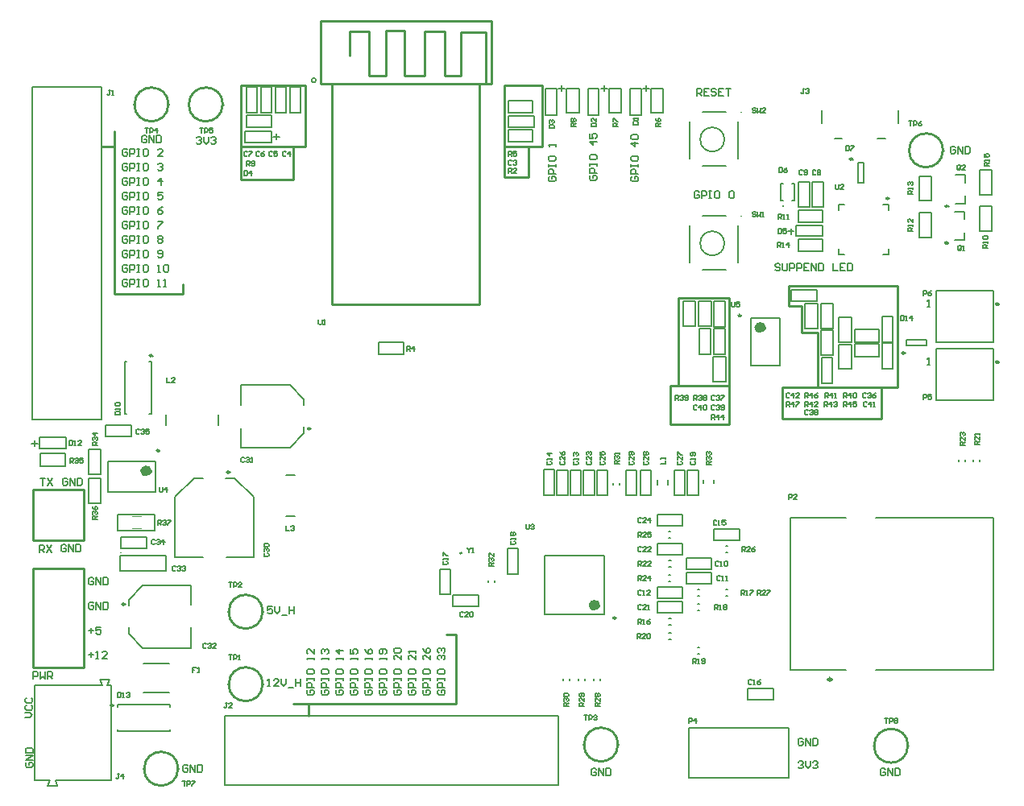
<source format=gto>
%FSTAX23Y23*%
%MOIN*%
%SFA1B1*%

%IPPOS*%
%ADD10C,0.010000*%
%ADD11C,0.011800*%
%ADD12C,0.009800*%
%ADD13C,0.007900*%
%ADD14C,0.003900*%
%ADD15C,0.006000*%
%ADD16C,0.023600*%
%ADD17C,0.005000*%
%ADD18C,0.007000*%
%ADD19C,0.004000*%
%LNv1.0-1*%
%LPD*%
G54D10*
X01555Y0216D02*
D01*
D01*
G75*
G03X01414I-00070J0D01*
G74*G01*
D01*
G75*
G03X01555I00070J0D01*
G74*G01*
X01515Y0491D02*
D01*
D01*
G75*
G03X01374I-00070J0D01*
G74*G01*
D01*
G75*
G03X01515I00070J0D01*
G74*G01*
X0174D02*
D01*
D01*
G75*
G03X01599I-00070J0D01*
G74*G01*
D01*
G75*
G03X0174I00070J0D01*
G74*G01*
X01905Y0251D02*
D01*
D01*
G75*
G03X01764I-00070J0D01*
G74*G01*
D01*
G75*
G03X01905I00070J0D01*
G74*G01*
X04575Y02255D02*
D01*
D01*
G75*
G03X04434I-00070J0D01*
G74*G01*
D01*
G75*
G03X04575I00070J0D01*
G74*G01*
X01905Y0281D02*
D01*
D01*
G75*
G03X01764I-00070J0D01*
G74*G01*
D01*
G75*
G03X01905I00070J0D01*
G74*G01*
X03375Y0226D02*
D01*
D01*
G75*
G03X03234I-00070J0D01*
G74*G01*
D01*
G75*
G03X03375I00070J0D01*
G74*G01*
X0472Y0472D02*
D01*
D01*
G75*
G03X04579I-00070J0D01*
G74*G01*
D01*
G75*
G03X0472I00070J0D01*
G74*G01*
X00955Y0299D02*
X01165D01*
X00955Y0258D02*
Y0299D01*
Y0258D02*
X01165D01*
Y0299*
X00955Y03315D02*
X01165D01*
Y03105D02*
Y03315D01*
X00955Y03105D02*
X01165D01*
X00955D02*
Y03315D01*
X04465Y0361D02*
Y0374D01*
X04055Y0361D02*
X04465D01*
X04055D02*
Y0374D01*
X042*
X0408Y0416D02*
X0453D01*
Y0374D02*
Y0416D01*
X042Y0374D02*
X0453D01*
X042D02*
Y03965D01*
X04135D02*
X042D01*
X04135D02*
Y04075D01*
X0408D02*
X04135D01*
X0408D02*
Y0416D01*
X0359Y03745D02*
X03625D01*
X0359Y03585D02*
Y03745D01*
Y03585D02*
X03835D01*
Y03745*
Y041D02*
Y0411D01*
X03625D02*
X03835D01*
X03625Y03745D02*
Y0411D01*
Y03745D02*
X03835D01*
Y041*
X02095Y0243D02*
X02705D01*
Y02715*
X02665D02*
X02705D01*
X02095Y0238D02*
Y0243D01*
X0203D02*
X02095D01*
X0129Y04735D02*
Y048D01*
X0124Y04735D02*
X0129D01*
X01575Y04125D02*
Y04165D01*
X0129Y04125D02*
X01575D01*
X0129D02*
Y04735D01*
X02802Y04996D02*
X02852D01*
X02802Y04083D02*
Y04996D01*
X02264Y05111D02*
Y05212D01*
X02266*
X02345*
Y0503D02*
Y05212D01*
Y0503D02*
X02416D01*
Y05215*
X02492*
Y0503D02*
Y05215D01*
Y0503D02*
X02575D01*
Y05213*
X02657*
Y05029D02*
Y05213D01*
Y05029D02*
X02726D01*
Y0521*
X02827*
Y04996D02*
Y0521D01*
X02191Y04996D02*
X02802D01*
X02191Y04083D02*
Y04996D01*
X02144D02*
X02191D01*
X02144D02*
Y05257D01*
X02852*
Y04996D02*
Y05257D01*
X02191Y04083D02*
X02802D01*
X0203Y046D02*
Y0473D01*
X01815Y046D02*
X0203D01*
X01815D02*
Y04735D01*
X0208D02*
Y0499D01*
X01815Y04735D02*
X0208D01*
X01815D02*
Y0499D01*
X0208*
X03005Y0461D02*
Y0473D01*
X02905Y0461D02*
X03005D01*
X02905D02*
Y04735D01*
X0306D02*
Y0499D01*
X02905Y04735D02*
X0306D01*
X02905D02*
Y0499D01*
X0306*
G54D11*
X04257Y0253D02*
D01*
D01*
G75*
G03X04246I-00005J0D01*
G74*G01*
D01*
G75*
G03X04257I00005J0D01*
G74*G01*
G54D12*
X0456Y03881D02*
D01*
D01*
G75*
G03X0455I-00004J0D01*
G74*G01*
D01*
G75*
G03X0456I00004J0D01*
G74*G01*
X02102Y03568D02*
D01*
D01*
G75*
G03X02092I-00004J0D01*
G74*G01*
D01*
G75*
G03X02102I00004J0D01*
G74*G01*
X01767Y03388D02*
D01*
D01*
G75*
G03X01757I-00004J0D01*
G74*G01*
D01*
G75*
G03X01767I00004J0D01*
G74*G01*
X01334Y02841D02*
D01*
D01*
G75*
G03X01324I-00004J0D01*
G74*G01*
D01*
G75*
G03X01334I00004J0D01*
G74*G01*
X01476Y03477D02*
D01*
D01*
G75*
G03X01467I-00004J0D01*
G74*G01*
D01*
G75*
G03X01476I00004J0D01*
G74*G01*
X03883Y04036D02*
D01*
D01*
G75*
G03X03874I-00004J0D01*
G74*G01*
D01*
G75*
G03X03883I00004J0D01*
G74*G01*
X04949Y03843D02*
D01*
D01*
G75*
G03X04939I-00004J0D01*
G74*G01*
D01*
G75*
G03X04949I00004J0D01*
G74*G01*
Y04083D02*
D01*
D01*
G75*
G03X04939I-00004J0D01*
G74*G01*
D01*
G75*
G03X04949I00004J0D01*
G74*G01*
X03366Y02784D02*
D01*
D01*
G75*
G03X03356I-00004J0D01*
G74*G01*
D01*
G75*
G03X03366I00004J0D01*
G74*G01*
X0474Y04489D02*
D01*
D01*
G75*
G03X0473I-00004J0D01*
G74*G01*
D01*
G75*
G03X0474I00004J0D01*
G74*G01*
X04739Y04337D02*
D01*
D01*
G75*
G03X04729I-00004J0D01*
G74*G01*
D01*
G75*
G03X04739I00004J0D01*
G74*G01*
X01447Y0387D02*
D01*
D01*
G75*
G03X01437I-00004J0D01*
G74*G01*
D01*
G75*
G03X01447I00004J0D01*
G74*G01*
X01286Y02422D02*
D01*
D01*
G75*
G03X01276I-00004J0D01*
G74*G01*
D01*
G75*
G03X01286I00004J0D01*
G74*G01*
X04495Y04522D02*
D01*
D01*
G75*
G03X04485I-00004J0D01*
G74*G01*
D01*
G75*
G03X04495I00004J0D01*
G74*G01*
X04344Y04683D02*
D01*
D01*
G75*
G03X04334I-00004J0D01*
G74*G01*
D01*
G75*
G03X04344I00004J0D01*
G74*G01*
G54D13*
X02126Y0501D02*
D01*
D01*
G75*
G03X02107I-00009J0D01*
G74*G01*
D01*
G75*
G03X02126I00009J0D01*
G74*G01*
X02729Y03052D02*
D01*
D01*
G75*
G03X02721I-00003J0D01*
G74*G01*
D01*
G75*
G03X02729I00003J0D01*
G74*G01*
X01016Y02089D02*
X01056D01*
X01047Y02113D02*
X01056Y02089D01*
X01016D02*
X01025Y02113D01*
X01232Y0253D02*
X01272D01*
X01263Y02506D02*
X01272Y0253D01*
X01232D02*
X01241Y02506D01*
X01277Y02113D02*
Y02506D01*
X00962Y02113D02*
Y02506D01*
X01263D02*
X01277D01*
X00962D02*
X01241D01*
X00962Y02113D02*
X01025D01*
X01047D02*
X01277D01*
X03582Y03335D02*
Y03354D01*
X03537Y03335D02*
Y03354D01*
X04568Y03935D02*
X04651D01*
X04568Y03911D02*
X04651D01*
Y03935*
X04568Y03911D02*
Y03935D01*
X03669Y02122D02*
Y02328D01*
Y02122D02*
X0408D01*
X03669Y02328D02*
X0408D01*
Y02122D02*
Y02328D01*
X00952Y03605D02*
X01239D01*
X00952Y04983D02*
X01239D01*
X00952Y03605D02*
Y04983D01*
X01239Y03605D02*
Y04983D01*
X0427Y04768D02*
X04303D01*
X04219Y04832D02*
Y04886D01*
X04534Y04832D02*
Y04886D01*
X04449Y04768D02*
X04483D01*
X03586Y03023D02*
X03594D01*
X03586Y02996D02*
X03594D01*
X03586Y02963D02*
X03593D01*
X03586Y02936D02*
X03593D01*
X03706Y02903D02*
X03713D01*
X03706Y02876D02*
X03713D01*
X03586Y02783D02*
X03594D01*
X03586Y02756D02*
X03594D01*
X03586Y02723D02*
X03594D01*
X03586Y02696D02*
X03594D01*
X03302Y02525D02*
Y02533D01*
X03274Y02525D02*
Y02533D01*
X03238Y02525D02*
Y02533D01*
X03211Y02525D02*
Y02533D01*
X03175Y02525D02*
Y02533D01*
X03147Y02525D02*
Y02533D01*
X02864Y02931D02*
Y02938D01*
X02837Y02931D02*
Y02938D01*
X01506Y03583D02*
Y03626D01*
X01723Y03583D02*
Y03626D01*
X02076Y03665D02*
Y0369D01*
Y03549D02*
Y03574D01*
X01816Y03749D02*
X02017D01*
X01816Y0349D02*
X02017D01*
X01816Y03665D02*
Y03749D01*
Y0349D02*
Y0357D01*
X02017Y0349D02*
X02076Y03549D01*
X02017Y03749D02*
X02076Y0369D01*
X02002Y03374D02*
X02037D01*
X02002Y03205D02*
X02037D01*
X01754Y03036D02*
X01868D01*
X01541D02*
X01659D01*
X01868D02*
Y03284D01*
X01541Y03036D02*
Y03284D01*
X0175Y03363D02*
X01789D01*
X0162D02*
X01659D01*
X01789D02*
X01868Y03284D01*
X01541D02*
X0162Y03363D01*
X0135Y02719D02*
Y02744D01*
Y02835D02*
Y0286D01*
X01409Y0266D02*
X01609D01*
X01409Y02919D02*
X01609D01*
Y0266D02*
Y02744D01*
Y02839D02*
Y02919D01*
X0135Y0286D02*
X01409Y02919D01*
X0135Y02719D02*
X01409Y0266D01*
X01411Y02594D02*
X01518D01*
X01411Y02475D02*
X01518D01*
X03356Y03335D02*
Y03343D01*
X03383Y03335D02*
Y03343D01*
X0377Y03342D02*
Y03357D01*
X03729Y03342D02*
Y03357D01*
X01265Y03307D02*
Y03433D01*
X01461Y03307D02*
Y03433D01*
X01265Y03307D02*
X01461D01*
X01265Y03433D02*
X01461D01*
X03924Y0383D02*
Y04026D01*
X04046Y0383D02*
Y04026D01*
X03924D02*
X04046D01*
X03924Y0383D02*
X04046D01*
X04693Y03686D02*
X04927D01*
X04693D02*
Y039D01*
X04927*
Y03686D02*
Y039D01*
X04693Y03926D02*
X04927D01*
X04693D02*
Y0414D01*
X04927*
Y03926D02*
Y0414D01*
X01749Y02379D02*
X03127D01*
X01749Y02092D02*
X03127D01*
X01749D02*
Y02379D01*
X03127Y02092D02*
Y02379D01*
X03317Y02798D02*
Y03042D01*
X03073Y02798D02*
Y03042D01*
Y02798D02*
X03317D01*
X03073Y03042D02*
X03317D01*
X03586Y03116D02*
X03593D01*
X03586Y03143D02*
X03593D01*
X04873Y03431D02*
Y03438D01*
X04846Y03431D02*
Y03438D01*
X03821Y03056D02*
X03828D01*
X03821Y03083D02*
X03828D01*
X0382Y02876D02*
X03828D01*
X0382Y02903D02*
X03828D01*
X03705Y02816D02*
X03713D01*
X03705Y02843D02*
X03713D01*
X03706Y02636D02*
X03713D01*
X03706Y02663D02*
X03713D01*
X04096Y04583D02*
X04104D01*
X04096Y04512D02*
X04104D01*
X04049Y04583D02*
X04057D01*
X04049Y04512D02*
X04057D01*
X04104D02*
Y04583D01*
X04049Y04512D02*
Y04583D01*
X0481Y045D02*
Y04532D01*
X0477Y045D02*
X0481D01*
Y04587D02*
Y04619D01*
X0477D02*
X0481D01*
X04809Y04348D02*
Y0438D01*
X04769Y04348D02*
X04809D01*
Y04435D02*
Y04467D01*
X04769D02*
X04809D01*
X01445Y03628D02*
Y03844D01*
X01334Y03628D02*
Y03844D01*
X01436D02*
X01445D01*
X01436Y03628D02*
X01445D01*
X01334Y03844D02*
X01343D01*
X01334Y03628D02*
X01343D01*
X01523Y02314D02*
Y02323D01*
X01306Y02314D02*
Y02323D01*
X01523Y02416D02*
Y02425D01*
X01306Y02416D02*
Y02425D01*
Y02314D02*
X01523D01*
X01306Y02425D02*
X01523D01*
X04287Y04472D02*
Y04497D01*
X04312*
X04287Y04288D02*
Y04313D01*
Y04288D02*
X04312D01*
X04471D02*
X04496D01*
Y04313*
Y04472D02*
Y04497D01*
X04471D02*
X04496D01*
X04393Y04586D02*
Y04669D01*
X04369Y04586D02*
Y04669D01*
Y04586D02*
X04393D01*
X04369Y04669D02*
X04393D01*
X04786Y03431D02*
Y03438D01*
X04813Y03431D02*
Y03438D01*
G54D14*
X01319Y03054D02*
D01*
D01*
G75*
G03X01315I-00002J0D01*
G74*G01*
D01*
G75*
G03X01319I00002J0D01*
G74*G01*
X04059Y0449D02*
D01*
D01*
G75*
G03X04055I-00002J0D01*
G74*G01*
D01*
G75*
G03X04059I00002J0D01*
G74*G01*
G54D15*
X03815Y04765D02*
D01*
D01*
G75*
G03X03715I-00050J0D01*
G74*G01*
D01*
G75*
G03X03815I00050J0D01*
G74*G01*
Y04335D02*
D01*
D01*
G75*
G03X03715I-00050J0D01*
G74*G01*
D01*
G75*
G03X03815I00050J0D01*
G74*G01*
X02484Y03874D02*
X02488D01*
Y03926*
X02386D02*
X02488D01*
X02386Y03874D02*
Y03926D01*
Y03874D02*
X02484D01*
X03779Y03153D02*
X03878D01*
Y03107D02*
Y03153D01*
X03772Y03107D02*
X03878D01*
X03772D02*
Y03153D01*
X03779*
X02921Y04926D02*
X02925D01*
X02921Y04874D02*
Y04926D01*
Y04874D02*
X03023D01*
Y04926*
X02925D02*
X03023D01*
X03657Y02927D02*
X03756D01*
X03657D02*
Y02973D01*
X03762*
Y02927D02*
Y02973D01*
X03756Y02927D02*
X03762D01*
X03537Y03167D02*
X03636D01*
X03537D02*
Y03213D01*
X03642*
Y03167D02*
Y03213D01*
X03636Y03167D02*
X03642D01*
X03636Y02807D02*
X03642D01*
Y02853*
X03537D02*
X03642D01*
X03537Y02807D02*
Y02853D01*
Y02807D02*
X03636D01*
X03278Y03292D02*
Y03391D01*
X03232Y03292D02*
X03278D01*
X03232D02*
Y03397D01*
X03278*
Y03391D02*
Y03397D01*
X03223Y03291D02*
Y0339D01*
X03177Y03291D02*
X03223D01*
X03177D02*
Y03397D01*
X03223*
Y0339D02*
Y03397D01*
X03067Y03299D02*
Y03398D01*
X03113*
Y03292D02*
Y03398D01*
X03067Y03292D02*
X03113D01*
X03067D02*
Y03299D01*
X02917Y02974D02*
Y03073D01*
X02963*
Y02967D02*
Y03073D01*
X02917Y02967D02*
X02963D01*
X02917D02*
Y02974D01*
X01316Y02978D02*
Y03042D01*
Y02978D02*
X01504D01*
Y03042*
X01316D02*
X01504D01*
X04011Y02447D02*
X04018D01*
Y02493*
X03912D02*
X04018D01*
X03912Y02447D02*
Y02493D01*
Y02447D02*
X04011D01*
X0183Y04798D02*
X01835D01*
X0183Y04763D02*
Y04798D01*
Y04752D02*
Y04763D01*
Y04752D02*
X0194D01*
Y04798*
X01835D02*
X0194D01*
X01937Y04814D02*
X01941D01*
Y04866*
X01839D02*
X01941D01*
X01839Y04814D02*
Y04866D01*
Y04814D02*
X01937D01*
X02063Y04976D02*
Y04982D01*
X02017D02*
X02063D01*
X02017Y04877D02*
Y04982D01*
Y04877D02*
X02063D01*
Y04976*
X0302Y04817D02*
X03027D01*
Y04863*
X02921D02*
X03027D01*
X02921Y04817D02*
Y04863D01*
Y04817D02*
X0302D01*
X02921Y04806D02*
X02925D01*
X02921Y04754D02*
Y04806D01*
Y04754D02*
X03023D01*
Y04806*
X02925D02*
X03023D01*
X01883Y04976D02*
Y04982D01*
X01837D02*
X01883D01*
X01837Y04877D02*
Y04982D01*
Y04877D02*
X01883D01*
Y04976*
X01943D02*
Y04982D01*
X01897D02*
X01943D01*
X01897Y04877D02*
Y04982D01*
Y04877D02*
X01943D01*
Y04976*
X02003D02*
Y04982D01*
X01957D02*
X02003D01*
X01957Y04877D02*
Y04982D01*
Y04877D02*
X02003D01*
Y04976*
X0367Y04685D02*
Y0484D01*
X03725Y0488D02*
X0382D01*
X0387Y04686D02*
Y0484D01*
X03725Y04655D02*
X0382D01*
X0367Y04255D02*
Y0441D01*
X03725Y0445D02*
X0382D01*
X0387Y04256D02*
Y0441D01*
X03725Y04225D02*
X0382D01*
X03644Y03992D02*
Y03996D01*
Y03992D02*
X03696D01*
Y04094*
X03644D02*
X03696D01*
X03644Y03996D02*
Y04094D01*
X03772Y03875D02*
Y03882D01*
Y03875D02*
X03818D01*
Y03981*
X03772D02*
X03818D01*
X03772Y03882D02*
Y03981D01*
X03712Y03875D02*
Y03882D01*
Y03875D02*
X03758D01*
Y03981*
X03712D02*
X03758D01*
X03712Y03882D02*
Y03981D01*
X03709Y03992D02*
Y03996D01*
Y03992D02*
X03761D01*
Y04094*
X03709D02*
X03761D01*
X03709Y03996D02*
Y04094D01*
X03821Y0386D02*
Y03864D01*
X03769D02*
X03821D01*
X03769Y03762D02*
Y03864D01*
Y03762D02*
X03821D01*
Y0386*
X04217Y03755D02*
Y03762D01*
Y03755D02*
X04263D01*
Y03861*
X04217D02*
X04263D01*
X04217Y03762D02*
Y03861D01*
X04201Y0408D02*
Y04084D01*
X04149D02*
X04201D01*
X04149Y03982D02*
Y04084D01*
Y03982D02*
X04201D01*
Y0408*
X04289Y03814D02*
Y03818D01*
Y03814D02*
X04341D01*
Y03916*
X04289D02*
X04341D01*
X04289Y03818D02*
Y03916D01*
Y03927D02*
Y03931D01*
Y03927D02*
X04341D01*
Y04029*
X04289D02*
X04341D01*
X04289Y03931D02*
Y04029D01*
X04452Y03867D02*
X04456D01*
Y03919*
X04354D02*
X04456D01*
X04354Y03867D02*
Y03919D01*
Y03867D02*
X04452D01*
X04467Y03816D02*
Y03822D01*
Y03816D02*
X04513D01*
Y03921*
X04467D02*
X04513D01*
X04467Y03822D02*
Y03921D01*
X03818Y04089D02*
Y04096D01*
X03772D02*
X03818D01*
X03772Y0399D02*
Y04096D01*
Y0399D02*
X03818D01*
Y04089*
X04266Y0408D02*
Y04084D01*
X04214D02*
X04266D01*
X04214Y03982D02*
Y04084D01*
Y03982D02*
X04266D01*
Y0408*
Y0397D02*
Y03974D01*
X04214D02*
X04266D01*
X04214Y03872D02*
Y03974D01*
Y03872D02*
X04266D01*
Y0397*
X04452Y03927D02*
X04456D01*
Y03979*
X04354D02*
X04456D01*
X04354Y03927D02*
Y03979D01*
Y03927D02*
X04452D01*
X04467Y03925D02*
Y03932D01*
Y03925D02*
X04513D01*
Y04031*
X04467D02*
X04513D01*
X04467Y03932D02*
Y04031D01*
X04092Y04143D02*
X04099D01*
X04092Y04097D02*
Y04143D01*
Y04097D02*
X04198D01*
Y04143*
X04099D02*
X04198D01*
X03333Y03391D02*
Y03397D01*
X03287D02*
X03333D01*
X03287Y03292D02*
Y03397D01*
Y03292D02*
X03333D01*
Y03391*
X03537Y02913D02*
X03544D01*
X03537Y02867D02*
Y02913D01*
Y02867D02*
X03643D01*
Y02913*
X03544D02*
X03643D01*
X03636Y03047D02*
X03642D01*
Y03093*
X03537D02*
X03642D01*
X03537Y03047D02*
Y03093D01*
Y03047D02*
X03636D01*
X03657Y02987D02*
X03756D01*
X03657D02*
Y03033D01*
X03762*
Y02987D02*
Y03033D01*
X03756Y02987D02*
X03762D01*
X03708Y03391D02*
Y03397D01*
X03662D02*
X03708D01*
X03662Y03292D02*
Y03397D01*
Y03292D02*
X03708D01*
Y03391*
X02637Y02881D02*
Y02888D01*
Y02881D02*
X02683D01*
Y02987*
X02637D02*
X02683D01*
X02637Y02888D02*
Y02987D01*
X02693Y02878D02*
X02699D01*
X02693Y02832D02*
Y02878D01*
Y02832D02*
X02798D01*
Y02878*
X02699D02*
X02798D01*
X03653Y0339D02*
Y03397D01*
X03607D02*
X03653D01*
X03607Y03291D02*
Y03397D01*
Y03291D02*
X03653D01*
Y0339*
X03467Y03291D02*
Y03298D01*
Y03291D02*
X03513D01*
Y03397*
X03467D02*
X03513D01*
X03467Y03298D02*
Y03397D01*
X03407Y03291D02*
Y03298D01*
Y03291D02*
X03453D01*
Y03397*
X03407D02*
X03453D01*
X03407Y03298D02*
Y03397D01*
X03168Y03391D02*
Y03397D01*
X03122D02*
X03168D01*
X03122Y03292D02*
Y03397D01*
Y03292D02*
X03168D01*
Y03391*
X04218Y04421D02*
X04222D01*
Y04473*
X0412D02*
X04222D01*
X0412Y04421D02*
Y04473D01*
Y04421D02*
X04218D01*
X04112Y04364D02*
X04217D01*
X04112D02*
Y0441D01*
X04222*
Y04399D02*
Y0441D01*
Y04364D02*
Y04399D01*
X04217Y04364D02*
X04222D01*
X04124Y04353D02*
X04222D01*
Y04301D02*
Y04353D01*
X0412Y04301D02*
X04222D01*
X0412D02*
Y04353D01*
X04124*
X0487Y0454D02*
Y04638D01*
X04922*
Y04536D02*
Y04638D01*
X0487Y04536D02*
X04922D01*
X0487D02*
Y0454D01*
Y0439D02*
Y04488D01*
X04922*
Y04386D02*
Y04488D01*
X0487Y04386D02*
X04922D01*
X0487D02*
Y0439D01*
X0462Y04515D02*
Y04613D01*
X04672*
Y04511D02*
Y04613D01*
X0462Y04511D02*
X04672D01*
X0462D02*
Y04515D01*
Y04363D02*
Y04461D01*
X04672*
Y04359D02*
Y04461D01*
X0462Y04359D02*
X04672D01*
X0462D02*
Y04363D01*
X03076Y04866D02*
Y04871D01*
Y04866D02*
X03111D01*
X03122*
Y04976*
X03076D02*
X03122D01*
X03076Y04871D02*
Y04976D01*
X03215Y04972D02*
Y04976D01*
X03163D02*
X03215D01*
X03163Y04874D02*
Y04976D01*
Y04874D02*
X03215D01*
Y04972*
X0325Y04866D02*
Y04871D01*
Y04866D02*
X03285D01*
X03296*
Y04976*
X0325D02*
X03296D01*
X0325Y04871D02*
Y04976D01*
X03389Y04972D02*
Y04976D01*
X03337D02*
X03389D01*
X03337Y04874D02*
Y04976D01*
Y04874D02*
X03389D01*
Y04972*
X03424Y04866D02*
Y04871D01*
Y04866D02*
X03459D01*
X0347*
Y04976*
X03424D02*
X0347D01*
X03424Y04871D02*
Y04976D01*
X03562Y04972D02*
Y04976D01*
X0351D02*
X03562D01*
X0351Y04874D02*
Y04976D01*
Y04874D02*
X03562D01*
Y04972*
X01255Y03537D02*
X01354D01*
X01255D02*
Y03583D01*
X01361*
Y03537D02*
Y03583D01*
X01354Y03537D02*
X01361D01*
X01184Y03263D02*
Y03361D01*
X01236*
Y03259D02*
Y03361D01*
X01184Y03259D02*
X01236D01*
X01184D02*
Y03263D01*
Y03383D02*
Y03481D01*
X01236*
Y03379D02*
Y03481D01*
X01184Y03379D02*
X01236D01*
X01184D02*
Y03383D01*
X01318Y03073D02*
X01417D01*
X01318D02*
Y03119D01*
X01424*
Y03073D02*
Y03119D01*
X01417Y03073D02*
X01424D01*
X0099Y03465D02*
X01088D01*
Y03413D02*
Y03465D01*
X00986Y03413D02*
X01088D01*
X00986D02*
Y03465D01*
X0099*
X00983Y03487D02*
X01088D01*
X00983D02*
Y03533D01*
X01093*
Y03522D02*
Y03533D01*
Y03487D02*
Y03522D01*
X01088Y03487D02*
X01093D01*
X04224Y04583D02*
Y0459D01*
X04178D02*
X04224D01*
X04178Y04484D02*
Y0459D01*
Y04484D02*
X04224D01*
Y04583*
X04169D02*
Y0459D01*
X04123D02*
X04169D01*
X04123Y04484D02*
Y0459D01*
Y04484D02*
X04169D01*
Y04583*
X04656Y03831D02*
X04666D01*
X04661*
Y03861*
X04656Y03856*
Y04071D02*
X04666D01*
X04661*
Y04101*
X04656Y04096*
X01186Y02631D02*
X01206D01*
X01196Y02641D02*
Y02621D01*
X01216Y02616D02*
X01226D01*
X01221*
Y02646*
X01216Y02641*
X01261Y02616D02*
X01241D01*
X01261Y02636*
Y02641*
X01256Y02646*
X01246*
X01241Y02641*
X01206Y02946D02*
X01201Y02951D01*
X01191*
X01186Y02946*
Y02926*
X01191Y02921*
X01201*
X01206Y02926*
Y02936*
X01196*
X01216Y02921D02*
Y02951D01*
X01236Y02921*
Y02951*
X01246D02*
Y02921D01*
X01261*
X01266Y02926*
Y02946*
X01261Y02951*
X01246*
X01186Y02732D02*
X01206D01*
X01196Y02742D02*
Y02722D01*
X01236Y02747D02*
X01216D01*
Y02732*
X01226Y02737*
X01231*
X01236Y02732*
Y02722*
X01231Y02717*
X01221*
X01216Y02722*
X01093Y03083D02*
X01088Y03088D01*
X01078*
X01073Y03083*
Y03063*
X01078Y03058*
X01088*
X01093Y03063*
Y03073*
X01083*
X01103Y03058D02*
Y03088D01*
X01123Y03058*
Y03088*
X01133D02*
Y03058D01*
X01148*
X01153Y03063*
Y03083*
X01148Y03088*
X01133*
X01098Y03358D02*
X01093Y03363D01*
X01083*
X01078Y03358*
Y03338*
X01083Y03333*
X01093*
X01098Y03338*
Y03348*
X01088*
X01108Y03333D02*
Y03363D01*
X01128Y03333*
Y03363*
X01138D02*
Y03333D01*
X01153*
X01158Y03338*
Y03358*
X01153Y03363*
X01138*
X00984Y03362D02*
X01004D01*
X00994*
Y03332*
X01014Y03362D02*
X01034Y03332D01*
Y03362D02*
X01014Y03332D01*
X00981Y03056D02*
Y03086D01*
X00996*
X01001Y03081*
Y03071*
X00996Y03066*
X00981*
X00991D02*
X01001Y03056D01*
X01011Y03086D02*
X01031Y03056D01*
Y03086D02*
X01011Y03056D01*
X01206Y02844D02*
X01201Y02849D01*
X01191*
X01186Y02844*
Y02824*
X01191Y02819*
X01201*
X01206Y02824*
Y02834*
X01196*
X01216Y02819D02*
Y02849D01*
X01236Y02819*
Y02849*
X01246D02*
Y02819D01*
X01261*
X01266Y02824*
Y02844*
X01261Y02849*
X01246*
X00922Y02373D02*
X00942D01*
X00952Y02383*
X00942Y02393*
X00922*
X00927Y02423D02*
X00922Y02418D01*
Y02408*
X00927Y02403*
X00947*
X00952Y02408*
Y02418*
X00947Y02423*
X00927Y02453D02*
X00922Y02448D01*
Y02438*
X00927Y02433*
X00947*
X00952Y02438*
Y02448*
X00947Y02453*
X00929Y02186D02*
X00924Y02181D01*
Y02171*
X00929Y02166*
X00949*
X00954Y02171*
Y02181*
X00949Y02186*
X00939*
Y02176*
X00954Y02196D02*
X00924D01*
X00954Y02216*
X00924*
Y02226D02*
X00954D01*
Y02241*
X00949Y02246*
X00929*
X00924Y02241*
Y02226*
X00956Y02531D02*
Y02561D01*
X00971*
X00976Y02556*
Y02546*
X00971Y02541*
X00956*
X00986Y02561D02*
Y02531D01*
X00996Y02541*
X01006Y02531*
Y02561*
X01016Y02531D02*
Y02561D01*
X01031*
X01036Y02556*
Y02546*
X01031Y02541*
X01016*
X01026D02*
X01036Y02531D01*
X04771Y04731D02*
X04766Y04736D01*
X04756*
X04751Y04731*
Y04711*
X04756Y04706*
X04766*
X04771Y04711*
Y04721*
X04761*
X04781Y04706D02*
Y04736D01*
X04801Y04706*
Y04736*
X04811D02*
Y04706D01*
X04826*
X04831Y04711*
Y04731*
X04826Y04736*
X04811*
X01631Y04771D02*
X01636Y04776D01*
X01646*
X01651Y04771*
Y04766*
X01646Y04761*
X01641*
X01646*
X01651Y04756*
Y04751*
X01646Y04746*
X01636*
X01631Y04751*
X01661Y04776D02*
Y04756D01*
X01671Y04746*
X01681Y04756*
Y04776*
X01691Y04771D02*
X01696Y04776D01*
X01706*
X01711Y04771*
Y04766*
X01706Y04761*
X01701*
X01706*
X01711Y04756*
Y04751*
X01706Y04746*
X01696*
X01691Y04751*
X01426Y04776D02*
X01421Y04781D01*
X01411*
X01406Y04776*
Y04756*
X01411Y04751*
X01421*
X01426Y04756*
Y04766*
X01416*
X01436Y04751D02*
Y04781D01*
X01456Y04751*
Y04781*
X01466D02*
Y04751D01*
X01481*
X01486Y04756*
Y04776*
X01481Y04781*
X01466*
X01926Y02501D02*
X01936D01*
X01931*
Y02531*
X01926Y02526*
X01971Y02501D02*
X01951D01*
X01971Y02521*
Y02526*
X01966Y02531*
X01956*
X01951Y02526*
X01981Y02531D02*
Y02511D01*
X01991Y02501*
X02001Y02511*
Y02531*
X02011Y02496D02*
X02031D01*
X02041Y02531D02*
Y02501D01*
Y02516*
X02061*
Y02531*
Y02501*
X01946Y02831D02*
X01926D01*
Y02816*
X01936Y02821*
X01941*
X01946Y02816*
Y02806*
X01941Y02801*
X01931*
X01926Y02806*
X01956Y02831D02*
Y02811D01*
X01966Y02801*
X01976Y02811*
Y02831*
X01986Y02796D02*
X02006D01*
X02016Y02831D02*
Y02801D01*
Y02816*
X02036*
Y02831*
Y02801*
X01596Y02171D02*
X01591Y02176D01*
X01581*
X01576Y02171*
Y02151*
X01581Y02146*
X01591*
X01596Y02151*
Y02161*
X01586*
X01606Y02146D02*
Y02176D01*
X01626Y02146*
Y02176*
X01636D02*
Y02146D01*
X01651*
X01656Y02151*
Y02171*
X01651Y02176*
X01636*
X03286Y02156D02*
X03281Y02161D01*
X03271*
X03266Y02156*
Y02136*
X03271Y02131*
X03281*
X03286Y02136*
Y02146*
X03276*
X03296Y02131D02*
Y02161D01*
X03316Y02131*
Y02161*
X03326D02*
Y02131D01*
X03341*
X03346Y02136*
Y02156*
X03341Y02161*
X03326*
X04481Y02156D02*
X04476Y02161D01*
X04466*
X04461Y02156*
Y02136*
X04466Y02131*
X04476*
X04481Y02136*
Y02146*
X04471*
X04491Y02131D02*
Y02161D01*
X04511Y02131*
Y02161*
X04521D02*
Y02131D01*
X04536*
X04541Y02136*
Y02156*
X04536Y02161*
X04521*
X04121Y02186D02*
X04126Y02191D01*
X04136*
X04141Y02186*
Y02181*
X04136Y02176*
X04131*
X04136*
X04141Y02171*
Y02166*
X04136Y02161*
X04126*
X04121Y02166*
X04151Y02191D02*
Y02171D01*
X04161Y02161*
X04171Y02171*
Y02191*
X04181Y02186D02*
X04186Y02191D01*
X04196*
X04201Y02186*
Y02181*
X04196Y02176*
X04191*
X04196*
X04201Y02171*
Y02166*
X04196Y02161*
X04186*
X04181Y02166*
X04141Y02281D02*
X04136Y02286D01*
X04126*
X04121Y02281*
Y02261*
X04126Y02256*
X04136*
X04141Y02261*
Y02271*
X04131*
X04151Y02256D02*
Y02286D01*
X04171Y02256*
Y02286*
X04181D02*
Y02256D01*
X04196*
X04201Y02261*
Y02281*
X04196Y02286*
X04181*
X04046Y04246D02*
X04041Y04251D01*
X04031*
X04026Y04246*
Y04241*
X04031Y04236*
X04041*
X04046Y04231*
Y04226*
X04041Y04221*
X04031*
X04026Y04226*
X04056Y04251D02*
Y04226D01*
X04061Y04221*
X04071*
X04076Y04226*
Y04251*
X04086Y04221D02*
Y04251D01*
X04101*
X04106Y04246*
Y04236*
X04101Y04231*
X04086*
X04116Y04221D02*
Y04251D01*
X04131*
X04136Y04246*
Y04236*
X04131Y04231*
X04116*
X04166Y04251D02*
X04146D01*
Y04221*
X04166*
X04146Y04236D02*
X04156D01*
X04176Y04221D02*
Y04251D01*
X04195Y04221*
Y04251*
X04205D02*
Y04221D01*
X0422*
X04225Y04226*
Y04246*
X0422Y04251*
X04205*
X04265D02*
Y04221D01*
X04285*
X04315Y04251D02*
X04295D01*
Y04221*
X04315*
X04295Y04236D02*
X04305D01*
X04325Y04251D02*
Y04221D01*
X0434*
X04345Y04226*
Y04246*
X0434Y04251*
X04325*
X03701Y04946D02*
Y04976D01*
X03716*
X03721Y04971*
Y04961*
X03716Y04956*
X03701*
X03711D02*
X03721Y04946D01*
X03751Y04976D02*
X03731D01*
Y04946*
X03751*
X03731Y04961D02*
X03741D01*
X03781Y04971D02*
X03776Y04976D01*
X03766*
X03761Y04971*
Y04966*
X03766Y04961*
X03776*
X03781Y04956*
Y04951*
X03776Y04946*
X03766*
X03761Y04951*
X03811Y04976D02*
X03791D01*
Y04946*
X03811*
X03791Y04961D02*
X03801D01*
X03821Y04976D02*
X03841D01*
X03831*
Y04946*
X03711Y04546D02*
X03706Y04551D01*
X03696*
X03691Y04546*
Y04526*
X03696Y04521*
X03706*
X03711Y04526*
Y04536*
X03701*
X03721Y04521D02*
Y04551D01*
X03736*
X03741Y04546*
Y04536*
X03736Y04531*
X03721*
X03751Y04551D02*
X03761D01*
X03756*
Y04521*
X03751*
X03761*
X03791Y04551D02*
X03781D01*
X03776Y04546*
Y04526*
X03781Y04521*
X03791*
X03796Y04526*
Y04546*
X03791Y04551*
X03836Y04546D02*
X03841Y04551D01*
X0385*
X03855Y04546*
Y04526*
X0385Y04521*
X03841*
X03836Y04526*
Y04546*
X03434Y04611D02*
X03429Y04606D01*
Y04596*
X03434Y04591*
X03454*
X03459Y04596*
Y04606*
X03454Y04611*
X03444*
Y04601*
X03459Y04621D02*
X03429D01*
Y04636*
X03434Y04641*
X03444*
X03449Y04636*
Y04621*
X03429Y04651D02*
Y04661D01*
Y04656*
X03459*
Y04651*
Y04661*
X03429Y04691D02*
Y04681D01*
X03434Y04676*
X03454*
X03459Y04681*
Y04691*
X03454Y04696*
X03434*
X03429Y04691*
X03459Y0475D02*
X03429D01*
X03444Y04736*
Y04755*
X03434Y04765D02*
X03429Y0477D01*
Y0478*
X03434Y04785*
X03454*
X03459Y0478*
Y0477*
X03454Y04765*
X03434*
X03262Y04616D02*
X03257Y04611D01*
Y04601*
X03262Y04596*
X03282*
X03287Y04601*
Y04611*
X03282Y04616*
X03272*
Y04606*
X03287Y04626D02*
X03257D01*
Y04641*
X03262Y04646*
X03272*
X03277Y04641*
Y04626*
X03257Y04656D02*
Y04666D01*
Y04661*
X03287*
Y04656*
Y04666*
X03257Y04696D02*
Y04686D01*
X03262Y04681*
X03282*
X03287Y04686*
Y04696*
X03282Y04701*
X03262*
X03257Y04696*
X03287Y04755D02*
X03257D01*
X03272Y04741*
Y0476*
X03257Y0479D02*
Y0477D01*
X03272*
X03267Y0478*
Y04785*
X03272Y0479*
X03282*
X03287Y04785*
Y04775*
X03282Y0477*
X03092Y04611D02*
X03087Y04606D01*
Y04596*
X03092Y04591*
X03112*
X03117Y04596*
Y04606*
X03112Y04611*
X03102*
Y04601*
X03117Y04621D02*
X03087D01*
Y04636*
X03092Y04641*
X03102*
X03107Y04636*
Y04621*
X03087Y04651D02*
Y04661D01*
Y04656*
X03117*
Y04651*
Y04661*
X03087Y04691D02*
Y04681D01*
X03092Y04676*
X03112*
X03117Y04681*
Y04691*
X03112Y04696*
X03092*
X03087Y04691*
X03117Y04736D02*
Y04746D01*
Y04741*
X03087*
X03092Y04736*
X02092Y02486D02*
X02087Y02481D01*
Y02471*
X02092Y02466*
X02112*
X02117Y02471*
Y02481*
X02112Y02486*
X02102*
Y02476*
X02117Y02496D02*
X02087D01*
Y02511*
X02092Y02516*
X02102*
X02107Y02511*
Y02496*
X02087Y02526D02*
Y02536D01*
Y02531*
X02117*
Y02526*
Y02536*
X02087Y02566D02*
Y02556D01*
X02092Y02551*
X02112*
X02117Y02556*
Y02566*
X02112Y02571*
X02092*
X02087Y02566*
X02117Y02611D02*
Y0262D01*
Y02616*
X02087*
X02092Y02611*
X02117Y02655D02*
Y02635D01*
X02097Y02655*
X02092*
X02087Y0265*
Y0264*
X02092Y02635*
X02152Y02486D02*
X02147Y02481D01*
Y02471*
X02152Y02466*
X02172*
X02177Y02471*
Y02481*
X02172Y02486*
X02162*
Y02476*
X02177Y02496D02*
X02147D01*
Y02511*
X02152Y02516*
X02162*
X02167Y02511*
Y02496*
X02147Y02526D02*
Y02536D01*
Y02531*
X02177*
Y02526*
Y02536*
X02147Y02566D02*
Y02556D01*
X02152Y02551*
X02172*
X02177Y02556*
Y02566*
X02172Y02571*
X02152*
X02147Y02566*
X02177Y02611D02*
Y0262D01*
Y02616*
X02147*
X02152Y02611*
Y02635D02*
X02147Y0264D01*
Y0265*
X02152Y02655*
X02157*
X02162Y0265*
Y02645*
Y0265*
X02167Y02655*
X02172*
X02177Y0265*
Y0264*
X02172Y02635*
X02212Y02486D02*
X02207Y02481D01*
Y02471*
X02212Y02466*
X02232*
X02237Y02471*
Y02481*
X02232Y02486*
X02222*
Y02476*
X02237Y02496D02*
X02207D01*
Y02511*
X02212Y02516*
X02222*
X02227Y02511*
Y02496*
X02207Y02526D02*
Y02536D01*
Y02531*
X02237*
Y02526*
Y02536*
X02207Y02566D02*
Y02556D01*
X02212Y02551*
X02232*
X02237Y02556*
Y02566*
X02232Y02571*
X02212*
X02207Y02566*
X02237Y02611D02*
Y0262D01*
Y02616*
X02207*
X02212Y02611*
X02237Y0265D02*
X02207D01*
X02222Y02635*
Y02655*
X02393Y02486D02*
X02388Y02481D01*
Y02471*
X02393Y02466*
X02413*
X02418Y02471*
Y02481*
X02413Y02486*
X02403*
Y02476*
X02418Y02496D02*
X02388D01*
Y02511*
X02393Y02516*
X02403*
X02408Y02511*
Y02496*
X02388Y02526D02*
Y02536D01*
Y02531*
X02418*
Y02526*
Y02536*
X02388Y02566D02*
Y02556D01*
X02393Y02551*
X02413*
X02418Y02556*
Y02566*
X02413Y02571*
X02393*
X02388Y02566*
X02418Y02611D02*
Y0262D01*
Y02616*
X02388*
X02393Y02611*
X02413Y02635D02*
X02418Y0264D01*
Y0265*
X02413Y02655*
X02393*
X02388Y0265*
Y0264*
X02393Y02635*
X02398*
X02403Y0264*
Y02655*
X02333Y02486D02*
X02328Y02481D01*
Y02471*
X02333Y02466*
X02353*
X02358Y02471*
Y02481*
X02353Y02486*
X02343*
Y02476*
X02358Y02496D02*
X02328D01*
Y02511*
X02333Y02516*
X02343*
X02348Y02511*
Y02496*
X02328Y02526D02*
Y02536D01*
Y02531*
X02358*
Y02526*
Y02536*
X02328Y02566D02*
Y02556D01*
X02333Y02551*
X02353*
X02358Y02556*
Y02566*
X02353Y02571*
X02333*
X02328Y02566*
X02358Y02611D02*
Y0262D01*
Y02616*
X02328*
X02333Y02611*
X02328Y02655D02*
X02333Y02645D01*
X02343Y02635*
X02353*
X02358Y0264*
Y0265*
X02353Y02655*
X02348*
X02343Y0265*
Y02635*
X02272Y02486D02*
X02267Y02481D01*
Y02471*
X02272Y02466*
X02292*
X02297Y02471*
Y02481*
X02292Y02486*
X02282*
Y02476*
X02297Y02496D02*
X02267D01*
Y02511*
X02272Y02516*
X02282*
X02287Y02511*
Y02496*
X02267Y02526D02*
Y02536D01*
Y02531*
X02297*
Y02526*
Y02536*
X02267Y02566D02*
Y02556D01*
X02272Y02551*
X02292*
X02297Y02556*
Y02566*
X02292Y02571*
X02272*
X02267Y02566*
X02297Y02611D02*
Y0262D01*
Y02616*
X02267*
X02272Y02611*
X02267Y02655D02*
Y02635D01*
X02282*
X02277Y02645*
Y0265*
X02282Y02655*
X02292*
X02297Y0265*
Y0264*
X02292Y02635*
X02634Y02486D02*
X02629Y02481D01*
Y02471*
X02634Y02466*
X02654*
X02659Y02471*
Y02481*
X02654Y02486*
X02644*
Y02476*
X02659Y02496D02*
X02629D01*
Y02511*
X02634Y02516*
X02644*
X02649Y02511*
Y02496*
X02629Y02526D02*
Y02536D01*
Y02531*
X02659*
Y02526*
Y02536*
X02629Y02566D02*
Y02556D01*
X02634Y02551*
X02654*
X02659Y02556*
Y02566*
X02654Y02571*
X02634*
X02629Y02566*
X02634Y02611D02*
X02629Y02616D01*
Y02625*
X02634Y0263*
X02639*
X02644Y02625*
Y0262*
Y02625*
X02649Y0263*
X02654*
X02659Y02625*
Y02616*
X02654Y02611*
X02634Y0264D02*
X02629Y02645D01*
Y02655*
X02634Y0266*
X02639*
X02644Y02655*
Y0265*
Y02655*
X02649Y0266*
X02654*
X02659Y02655*
Y02645*
X02654Y0264*
X02573Y02486D02*
X02568Y02481D01*
Y02471*
X02573Y02466*
X02593*
X02598Y02471*
Y02481*
X02593Y02486*
X02583*
Y02476*
X02598Y02496D02*
X02568D01*
Y02511*
X02573Y02516*
X02583*
X02588Y02511*
Y02496*
X02568Y02526D02*
Y02536D01*
Y02531*
X02598*
Y02526*
Y02536*
X02568Y02566D02*
Y02556D01*
X02573Y02551*
X02593*
X02598Y02556*
Y02566*
X02593Y02571*
X02573*
X02568Y02566*
X02598Y0263D02*
Y02611D01*
X02578Y0263*
X02573*
X02568Y02625*
Y02616*
X02573Y02611*
X02568Y0266D02*
X02573Y0265D01*
X02583Y0264*
X02593*
X02598Y02645*
Y02655*
X02593Y0266*
X02588*
X02583Y02655*
Y0264*
X02513Y02486D02*
X02508Y02481D01*
Y02471*
X02513Y02466*
X02533*
X02538Y02471*
Y02481*
X02533Y02486*
X02523*
Y02476*
X02538Y02496D02*
X02508D01*
Y02511*
X02513Y02516*
X02523*
X02528Y02511*
Y02496*
X02508Y02526D02*
Y02536D01*
Y02531*
X02538*
Y02526*
Y02536*
X02508Y02566D02*
Y02556D01*
X02513Y02551*
X02533*
X02538Y02556*
Y02566*
X02533Y02571*
X02513*
X02508Y02566*
X02538Y0263D02*
Y02611D01*
X02518Y0263*
X02513*
X02508Y02625*
Y02616*
X02513Y02611*
X02538Y0264D02*
Y0265D01*
Y02645*
X02508*
X02513Y0264*
X02453Y02486D02*
X02448Y02481D01*
Y02471*
X02453Y02466*
X02473*
X02478Y02471*
Y02481*
X02473Y02486*
X02463*
Y02476*
X02478Y02496D02*
X02448D01*
Y02511*
X02453Y02516*
X02463*
X02468Y02511*
Y02496*
X02448Y02526D02*
Y02536D01*
Y02531*
X02478*
Y02526*
Y02536*
X02448Y02566D02*
Y02556D01*
X02453Y02551*
X02473*
X02478Y02556*
Y02566*
X02473Y02571*
X02453*
X02448Y02566*
X02478Y0263D02*
Y02611D01*
X02458Y0263*
X02453*
X02448Y02625*
Y02616*
X02453Y02611*
Y0264D02*
X02448Y02645D01*
Y02655*
X02453Y0266*
X02473*
X02478Y02655*
Y02645*
X02473Y0264*
X02453*
X01346Y04361D02*
X01341Y04366D01*
X01331*
X01326Y04361*
Y04341*
X01331Y04336*
X01341*
X01346Y04341*
Y04351*
X01336*
X01356Y04336D02*
Y04366D01*
X01371*
X01376Y04361*
Y04351*
X01371Y04346*
X01356*
X01386Y04366D02*
X01396D01*
X01391*
Y04336*
X01386*
X01396*
X01426Y04366D02*
X01416D01*
X01411Y04361*
Y04341*
X01416Y04336*
X01426*
X01431Y04341*
Y04361*
X01426Y04366*
X01471Y04361D02*
X01476Y04366D01*
X01485*
X0149Y04361*
Y04356*
X01485Y04351*
X0149Y04346*
Y04341*
X01485Y04336*
X01476*
X01471Y04341*
Y04346*
X01476Y04351*
X01471Y04356*
Y04361*
X01476Y04351D02*
X01485D01*
X01346Y04301D02*
X01341Y04306D01*
X01331*
X01326Y04301*
Y04281*
X01331Y04276*
X01341*
X01346Y04281*
Y04291*
X01336*
X01356Y04276D02*
Y04306D01*
X01371*
X01376Y04301*
Y04291*
X01371Y04286*
X01356*
X01386Y04306D02*
X01396D01*
X01391*
Y04276*
X01386*
X01396*
X01426Y04306D02*
X01416D01*
X01411Y04301*
Y04281*
X01416Y04276*
X01426*
X01431Y04281*
Y04301*
X01426Y04306*
X01471Y04281D02*
X01476Y04276D01*
X01485*
X0149Y04281*
Y04301*
X01485Y04306*
X01476*
X01471Y04301*
Y04296*
X01476Y04291*
X0149*
X01346Y04241D02*
X01341Y04246D01*
X01331*
X01326Y04241*
Y04221*
X01331Y04216*
X01341*
X01346Y04221*
Y04231*
X01336*
X01356Y04216D02*
Y04246D01*
X01371*
X01376Y04241*
Y04231*
X01371Y04226*
X01356*
X01386Y04246D02*
X01396D01*
X01391*
Y04216*
X01386*
X01396*
X01426Y04246D02*
X01416D01*
X01411Y04241*
Y04221*
X01416Y04216*
X01426*
X01431Y04221*
Y04241*
X01426Y04246*
X01471Y04216D02*
X0148D01*
X01476*
Y04246*
X01471Y04241*
X01495D02*
X015Y04246D01*
X0151*
X01515Y04241*
Y04221*
X0151Y04216*
X015*
X01495Y04221*
Y04241*
X01346Y04181D02*
X01341Y04186D01*
X01331*
X01326Y04181*
Y04161*
X01331Y04156*
X01341*
X01346Y04161*
Y04171*
X01336*
X01356Y04156D02*
Y04186D01*
X01371*
X01376Y04181*
Y04171*
X01371Y04166*
X01356*
X01386Y04186D02*
X01396D01*
X01391*
Y04156*
X01386*
X01396*
X01426Y04186D02*
X01416D01*
X01411Y04181*
Y04161*
X01416Y04156*
X01426*
X01431Y04161*
Y04181*
X01426Y04186*
X01471Y04156D02*
X0148D01*
X01476*
Y04186*
X01471Y04181*
X01495Y04156D02*
X01505D01*
X015*
Y04186*
X01495Y04181*
X01346Y04542D02*
X01341Y04547D01*
X01331*
X01326Y04542*
Y04522*
X01331Y04517*
X01341*
X01346Y04522*
Y04532*
X01336*
X01356Y04517D02*
Y04547D01*
X01371*
X01376Y04542*
Y04532*
X01371Y04527*
X01356*
X01386Y04547D02*
X01396D01*
X01391*
Y04517*
X01386*
X01396*
X01426Y04547D02*
X01416D01*
X01411Y04542*
Y04522*
X01416Y04517*
X01426*
X01431Y04522*
Y04542*
X01426Y04547*
X0149D02*
X01471D01*
Y04532*
X0148Y04537*
X01485*
X0149Y04532*
Y04522*
X01485Y04517*
X01476*
X01471Y04522*
X01346Y04482D02*
X01341Y04487D01*
X01331*
X01326Y04482*
Y04462*
X01331Y04457*
X01341*
X01346Y04462*
Y04472*
X01336*
X01356Y04457D02*
Y04487D01*
X01371*
X01376Y04482*
Y04472*
X01371Y04467*
X01356*
X01386Y04487D02*
X01396D01*
X01391*
Y04457*
X01386*
X01396*
X01426Y04487D02*
X01416D01*
X01411Y04482*
Y04462*
X01416Y04457*
X01426*
X01431Y04462*
Y04482*
X01426Y04487*
X0149D02*
X0148Y04482D01*
X01471Y04472*
Y04462*
X01476Y04457*
X01485*
X0149Y04462*
Y04467*
X01485Y04472*
X01471*
X01346Y04421D02*
X01341Y04426D01*
X01331*
X01326Y04421*
Y04401*
X01331Y04396*
X01341*
X01346Y04401*
Y04411*
X01336*
X01356Y04396D02*
Y04426D01*
X01371*
X01376Y04421*
Y04411*
X01371Y04406*
X01356*
X01386Y04426D02*
X01396D01*
X01391*
Y04396*
X01386*
X01396*
X01426Y04426D02*
X01416D01*
X01411Y04421*
Y04401*
X01416Y04396*
X01426*
X01431Y04401*
Y04421*
X01426Y04426*
X01471D02*
X0149D01*
Y04421*
X01471Y04401*
Y04396*
X01346Y04602D02*
X01341Y04607D01*
X01331*
X01326Y04602*
Y04582*
X01331Y04577*
X01341*
X01346Y04582*
Y04592*
X01336*
X01356Y04577D02*
Y04607D01*
X01371*
X01376Y04602*
Y04592*
X01371Y04587*
X01356*
X01386Y04607D02*
X01396D01*
X01391*
Y04577*
X01386*
X01396*
X01426Y04607D02*
X01416D01*
X01411Y04602*
Y04582*
X01416Y04577*
X01426*
X01431Y04582*
Y04602*
X01426Y04607*
X01485Y04577D02*
Y04607D01*
X01471Y04592*
X0149*
X01346Y04662D02*
X01341Y04667D01*
X01331*
X01326Y04662*
Y04642*
X01331Y04637*
X01341*
X01346Y04642*
Y04652*
X01336*
X01356Y04637D02*
Y04667D01*
X01371*
X01376Y04662*
Y04652*
X01371Y04647*
X01356*
X01386Y04667D02*
X01396D01*
X01391*
Y04637*
X01386*
X01396*
X01426Y04667D02*
X01416D01*
X01411Y04662*
Y04642*
X01416Y04637*
X01426*
X01431Y04642*
Y04662*
X01426Y04667*
X01471Y04662D02*
X01476Y04667D01*
X01485*
X0149Y04662*
Y04657*
X01485Y04652*
X0148*
X01485*
X0149Y04647*
Y04642*
X01485Y04637*
X01476*
X01471Y04642*
X01346Y04722D02*
X01341Y04727D01*
X01331*
X01326Y04722*
Y04702*
X01331Y04697*
X01341*
X01346Y04702*
Y04712*
X01336*
X01356Y04697D02*
Y04727D01*
X01371*
X01376Y04722*
Y04712*
X01371Y04707*
X01356*
X01386Y04727D02*
X01396D01*
X01391*
Y04697*
X01386*
X01396*
X01426Y04727D02*
X01416D01*
X01411Y04722*
Y04702*
X01416Y04697*
X01426*
X01431Y04702*
Y04722*
X01426Y04727*
X0149Y04697D02*
X01471D01*
X0149Y04717*
Y04722*
X01485Y04727*
X01476*
X01471Y04722*
G54D16*
X01434Y03393D02*
D01*
D01*
G75*
G03X0141I-00011J0D01*
G74*G01*
D01*
G75*
G03X01434I00011J0D01*
G74*G01*
X03975Y03987D02*
D01*
D01*
G75*
G03X03951I-00011J0D01*
G74*G01*
D01*
G75*
G03X03975I00011J0D01*
G74*G01*
X03289Y02837D02*
D01*
D01*
G75*
G03X03265I-00011J0D01*
G74*G01*
D01*
G75*
G03X03289I00011J0D01*
G74*G01*
G54D17*
X04087Y0257D02*
Y032D01*
X04929Y0257D02*
Y032D01*
X0444D02*
X04929D01*
X04087D02*
X04318D01*
X0444Y0257D02*
X04929D01*
X04087D02*
X04318D01*
X01306Y03146D02*
X01459D01*
Y03213*
X01306D02*
X01459D01*
X01306Y03146D02*
Y03213D01*
X01949Y04777D02*
X01975D01*
X01962Y04765D02*
Y0479D01*
X04103Y04385D02*
X04077D01*
X0409Y04397D02*
Y04372D01*
X03142Y04964D02*
Y0499D01*
X03155Y04977D02*
X03129D01*
X03317Y04964D02*
Y0499D01*
X0333Y04977D02*
X03304D01*
X03492Y04964D02*
Y0499D01*
X03505Y04977D02*
X03479D01*
X00974Y03507D02*
X00948D01*
X00961Y0352D02*
Y03494D01*
X01573Y0211D02*
X01586D01*
X0158*
Y0209*
X01593D02*
Y0211D01*
X01603*
X01606Y02106*
Y021*
X01603Y02096*
X01593*
X01613Y0211D02*
X01626D01*
Y02106*
X01613Y02093*
Y0209*
X01311Y0214D02*
X01305D01*
X01308*
Y02123*
X01305Y0212*
X01301*
X01298Y02123*
X01328Y0212D02*
Y0214D01*
X01318Y0213*
X01331*
X03668Y0235D02*
Y0237D01*
X03678*
X03681Y02366*
Y0236*
X03678Y02356*
X03668*
X03698Y0235D02*
Y0237D01*
X03688Y0236*
X03701*
X04082Y03275D02*
Y03295D01*
X04092*
X04095Y03291*
Y03285*
X04092Y03281*
X04082*
X04115Y03275D02*
X04102D01*
X04115Y03288*
Y03291*
X04112Y03295*
X04105*
X04102Y03291*
X01546Y02996D02*
X01543Y03D01*
X01536*
X01533Y02996*
Y02983*
X01536Y0298*
X01543*
X01546Y02983*
X01553Y02996D02*
X01556Y03D01*
X01563*
X01566Y02996*
Y02993*
X01563Y0299*
X0156*
X01563*
X01566Y02986*
Y02983*
X01563Y0298*
X01556*
X01553Y02983*
X01573Y02996D02*
X01576Y03D01*
X01583*
X01586Y02996*
Y02993*
X01583Y0299*
X0158*
X01583*
X01586Y02986*
Y02983*
X01583Y0298*
X01576*
X01573Y02983*
X01671Y02676D02*
X01668Y0268D01*
X01661*
X01658Y02676*
Y02663*
X01661Y0266*
X01668*
X01671Y02663*
X01678Y02676D02*
X01681Y0268D01*
X01688*
X01691Y02676*
Y02673*
X01688Y0267*
X01685*
X01688*
X01691Y02666*
Y02663*
X01688Y0266*
X01681*
X01678Y02663*
X01711Y0266D02*
X01698D01*
X01711Y02673*
Y02676*
X01708Y0268*
X01701*
X01698Y02676*
X03928Y02526D02*
X03925Y0253D01*
X03918*
X03915Y02526*
Y02513*
X03918Y0251*
X03925*
X03928Y02513*
X03935Y0251D02*
X03941D01*
X03938*
Y0253*
X03935Y02526*
X03965Y0253D02*
X03958Y02526D01*
X03951Y0252*
Y02513*
X03955Y0251*
X03961*
X03965Y02513*
Y02516*
X03961Y0252*
X03951*
X03458Y0294D02*
Y0296D01*
X03468*
X03471Y02956*
Y0295*
X03468Y02946*
X03458*
X03465D02*
X03471Y0294D01*
X03491D02*
X03478D01*
X03491Y02953*
Y02956*
X03488Y0296*
X03481*
X03478Y02956*
X03508Y0294D02*
Y0296D01*
X03498Y0295*
X03511*
X03458Y03D02*
Y0302D01*
X03468*
X03471Y03016*
Y0301*
X03468Y03006*
X03458*
X03465D02*
X03471Y03D01*
X03491D02*
X03478D01*
X03491Y03013*
Y03016*
X03488Y0302*
X03481*
X03478Y03016*
X03511Y03D02*
X03498D01*
X03511Y03013*
Y03016*
X03508Y0302*
X03501*
X03498Y03016*
X03455Y027D02*
Y0272D01*
X03465*
X03468Y02716*
Y0271*
X03465Y02706*
X03455*
X03461D02*
X03468Y027D01*
X03488D02*
X03475D01*
X03488Y02713*
Y02716*
X03485Y0272*
X03478*
X03475Y02716*
X03495D02*
X03498Y0272D01*
X03505*
X03508Y02716*
Y02703*
X03505Y027*
X03498*
X03495Y02703*
Y02716*
X03884Y0288D02*
Y029D01*
X03894*
X03897Y02896*
Y0289*
X03894Y02886*
X03884*
X0389D02*
X03897Y0288D01*
X03904D02*
X0391D01*
X03907*
Y029*
X03904Y02896*
X0392Y029D02*
X03934D01*
Y02896*
X0392Y02883*
Y0288*
X03458Y0276D02*
Y0278D01*
X03468*
X03471Y02776*
Y0277*
X03468Y02766*
X03458*
X03465D02*
X03471Y0276D01*
X03478D02*
X03485D01*
X03481*
Y0278*
X03478Y02776*
X03508Y0278D02*
X03501Y02776D01*
X03495Y0277*
Y02763*
X03498Y0276*
X03505*
X03508Y02763*
Y02766*
X03505Y0277*
X03495*
X03783Y03186D02*
X0378Y0319D01*
X03773*
X0377Y03186*
Y03173*
X03773Y0317*
X0378*
X03783Y03173*
X0379Y0317D02*
X03796D01*
X03793*
Y0319*
X0379Y03186*
X0382Y0319D02*
X03806D01*
Y0318*
X03813Y03183*
X03816*
X0382Y0318*
Y03173*
X03816Y0317*
X0381*
X03806Y03173*
X03798Y02956D02*
X03795Y0296D01*
X03788*
X03785Y02956*
Y02943*
X03788Y0294*
X03795*
X03798Y02943*
X03805Y0294D02*
X03811D01*
X03808*
Y0296*
X03805Y02956*
X03821Y0294D02*
X03828D01*
X03825*
Y0296*
X03821Y02956*
X02136Y0402D02*
Y04003D01*
X0214Y04*
X02146*
X0215Y04003*
Y0402*
X02156Y04D02*
X02163D01*
X0216*
Y0402*
X02156Y04016*
X0317Y02418D02*
X0315D01*
Y02428*
X03153Y02431*
X0316*
X03163Y02428*
Y02418*
Y02425D02*
X0317Y02431D01*
X03153Y02438D02*
X0315Y02441D01*
Y02448*
X03153Y02451*
X03156*
X0316Y02448*
Y02445*
Y02448*
X03163Y02451*
X03166*
X0317Y02448*
Y02441*
X03166Y02438*
X03153Y02458D02*
X0315Y02461D01*
Y02468*
X03153Y02471*
X03166*
X0317Y02468*
Y02461*
X03166Y02458*
X03153*
X03235Y02418D02*
X03215D01*
Y02428*
X03218Y02431*
X03225*
X03228Y02428*
Y02418*
Y02425D02*
X03235Y02431D01*
Y02451D02*
Y02438D01*
X03221Y02451*
X03218*
X03215Y02448*
Y02441*
X03218Y02438*
X03231Y02458D02*
X03235Y02461D01*
Y02468*
X03231Y02471*
X03218*
X03215Y02468*
Y02461*
X03218Y02458*
X03221*
X03225Y02461*
Y02471*
X033Y02418D02*
X0328D01*
Y02428*
X03283Y02431*
X0329*
X03293Y02428*
Y02418*
Y02425D02*
X033Y02431D01*
Y02451D02*
Y02438D01*
X03286Y02451*
X03283*
X0328Y02448*
Y02441*
X03283Y02438*
Y02458D02*
X0328Y02461D01*
Y02468*
X03283Y02471*
X03286*
X0329Y02468*
X03293Y02471*
X03296*
X033Y02468*
Y02461*
X03296Y02458*
X03293*
X0329Y02461*
X03286Y02458*
X03283*
X0329Y02461D02*
Y02468D01*
X03471Y03196D02*
X03468Y032D01*
X03461*
X03458Y03196*
Y03183*
X03461Y0318*
X03468*
X03471Y03183*
X03491Y0318D02*
X03478D01*
X03491Y03193*
Y03196*
X03488Y032*
X03481*
X03478Y03196*
X03508Y0318D02*
Y032D01*
X03498Y0319*
X03511*
X03248Y03431D02*
X03245Y03428D01*
Y03421*
X03248Y03418*
X03261*
X03265Y03421*
Y03428*
X03261Y03431*
X03265Y03451D02*
Y03438D01*
X03251Y03451*
X03248*
X03245Y03448*
Y03441*
X03248Y03438*
Y03458D02*
X03245Y03461D01*
Y03468*
X03248Y03471*
X03251*
X03255Y03468*
Y03465*
Y03468*
X03258Y03471*
X03261*
X03265Y03468*
Y03461*
X03261Y03458*
X03083Y03431D02*
X0308Y03428D01*
Y03421*
X03083Y03418*
X03096*
X031Y03421*
Y03428*
X03096Y03431*
X031Y03438D02*
Y03445D01*
Y03441*
X0308*
X03083Y03438*
X031Y03465D02*
X0308D01*
X0309Y03455*
Y03468*
X03193Y03431D02*
X0319Y03428D01*
Y03421*
X03193Y03418*
X03206*
X0321Y03421*
Y03428*
X03206Y03431*
X0321Y03438D02*
Y03445D01*
Y03441*
X0319*
X03193Y03438*
Y03455D02*
X0319Y03458D01*
Y03465*
X03193Y03468*
X03196*
X032Y03465*
Y03461*
Y03465*
X03203Y03468*
X03206*
X0321Y03465*
Y03458*
X03206Y03455*
X0376Y03418D02*
X0374D01*
Y03428*
X03743Y03431*
X0375*
X03753Y03428*
Y03418*
Y03425D02*
X0376Y03431D01*
X03743Y03438D02*
X0374Y03441D01*
Y03448*
X03743Y03451*
X03746*
X0375Y03448*
Y03445*
Y03448*
X03753Y03451*
X03756*
X0376Y03448*
Y03441*
X03756Y03438*
X03743Y03458D02*
X0374Y03461D01*
Y03468*
X03743Y03471*
X03746*
X0375Y03468*
Y03465*
Y03468*
X03753Y03471*
X03756*
X0376Y03468*
Y03461*
X03756Y03458*
X01419Y04811D02*
X01432D01*
X01425*
Y04791*
X01439D02*
Y04811D01*
X01449*
X01452Y04807*
Y04801*
X01449Y04797*
X01439*
X01469Y04791D02*
Y04811D01*
X01459Y04801*
X01472*
X03234Y02381D02*
X03247D01*
X0324*
Y02361*
X03254D02*
Y02381D01*
X03264*
X03267Y02377*
Y02371*
X03264Y02367*
X03254*
X03274Y02377D02*
X03277Y02381D01*
X03284*
X03287Y02377*
Y02374*
X03284Y02371*
X0328*
X03284*
X03287Y02367*
Y02364*
X03284Y02361*
X03277*
X03274Y02364*
X01764Y02931D02*
X01777D01*
X0177*
Y02911*
X01784D02*
Y02931D01*
X01794*
X01797Y02927*
Y02921*
X01794Y02917*
X01784*
X01817Y02911D02*
X01804D01*
X01817Y02924*
Y02927*
X01814Y02931*
X01807*
X01804Y02927*
X01764Y02631D02*
X01777D01*
X0177*
Y02611*
X01784D02*
Y02631D01*
X01794*
X01797Y02627*
Y02621*
X01794Y02617*
X01784*
X01804Y02611D02*
X0181D01*
X01807*
Y02631*
X01804Y02627*
X03945Y04461D02*
X03941Y04465D01*
X03935*
X03931Y04461*
Y04458*
X03935Y04455*
X03941*
X03945Y04451*
Y04448*
X03941Y04445*
X03935*
X03931Y04448*
X03951Y04465D02*
Y04445D01*
X03958Y04451*
X03965Y04445*
Y04465*
X03971Y04445D02*
X03978D01*
X03975*
Y04465*
X03971Y04461*
X03946Y04891D02*
X03943Y04895D01*
X03936*
X03933Y04891*
Y04888*
X03936Y04885*
X03943*
X03946Y04881*
Y04878*
X03943Y04875*
X03936*
X03933Y04878*
X03953Y04895D02*
Y04875D01*
X0396Y04881*
X03966Y04875*
Y04895*
X03986Y04875D02*
X03973D01*
X03986Y04888*
Y04891*
X03983Y04895*
X03976*
X03973Y04891*
X04035Y0432D02*
Y0434D01*
X04045*
X04048Y04336*
Y0433*
X04045Y04326*
X04035*
X04041D02*
X04048Y0432D01*
X04055D02*
X04061D01*
X04058*
Y0434*
X04055Y04336*
X04081Y0432D02*
Y0434D01*
X04071Y0433*
X04085*
X0481Y03498D02*
X0479D01*
Y03508*
X04793Y03511*
X048*
X04803Y03508*
Y03498*
Y03505D02*
X0481Y03511D01*
Y03531D02*
Y03518D01*
X04796Y03531*
X04793*
X0479Y03528*
Y03521*
X04793Y03518*
Y03538D02*
X0479Y03541D01*
Y03548*
X04793Y03551*
X04796*
X048Y03548*
Y03545*
Y03548*
X04803Y03551*
X04806*
X0481Y03548*
Y03541*
X04806Y03538*
X0487Y03501D02*
X0485D01*
Y03511*
X04853Y03515*
X0486*
X04863Y03511*
Y03501*
Y03508D02*
X0487Y03515D01*
Y03535D02*
Y03521D01*
X04856Y03535*
X04853*
X0485Y03531*
Y03525*
X04853Y03521*
X0487Y03541D02*
Y03548D01*
Y03545*
X0485*
X04853Y03541*
X02751Y03075D02*
Y03071D01*
X02758Y03065*
X02765Y03071*
Y03075*
X02758Y03065D02*
Y03055D01*
X02771D02*
X02778D01*
X02775*
Y03075*
X02771Y03071*
X03844Y04092D02*
Y04075D01*
X03847Y04072*
X03854*
X03857Y04075*
Y04092*
X03877D02*
X03864D01*
Y04082*
X0387Y04085*
X03874*
X03877Y04082*
Y04075*
X03874Y04072*
X03867*
X03864Y04075*
X01478Y03325D02*
Y03308D01*
X01481Y03305*
X01488*
X01491Y03308*
Y03325*
X01508Y03305D02*
Y03325D01*
X01498Y03315*
X01511*
X02994Y03171D02*
Y03154D01*
X02997Y03151*
X03004*
X03007Y03154*
Y03171*
X03014Y03167D02*
X03017Y03171D01*
X03024*
X03027Y03167*
Y03164*
X03024Y03161*
X0302*
X03024*
X03027Y03157*
Y03154*
X03024Y03151*
X03017*
X03014Y03154*
X04275Y04578D02*
Y04561D01*
X04278Y04558*
X04285*
X04288Y04561*
Y04578*
X04308Y04558D02*
X04295D01*
X04308Y04571*
Y04574*
X04305Y04578*
X04298*
X04295Y04574*
X04478Y0237D02*
X04491D01*
X04485*
Y0235*
X04498D02*
Y0237D01*
X04508*
X04511Y02366*
Y0236*
X04508Y02356*
X04498*
X04518Y02366D02*
X04521Y0237D01*
X04528*
X04531Y02366*
Y02363*
X04528Y0236*
X04531Y02356*
Y02353*
X04528Y0235*
X04521*
X04518Y02353*
Y02356*
X04521Y0236*
X04518Y02363*
Y02366*
X04521Y0236D02*
X04528D01*
X04579Y04841D02*
X04592D01*
X04585*
Y04821*
X04599D02*
Y04841D01*
X04609*
X04612Y04837*
Y04831*
X04609Y04827*
X04599*
X04632Y04841D02*
X04625Y04837D01*
X04619Y04831*
Y04824*
X04622Y04821*
X04629*
X04632Y04824*
Y04827*
X04629Y04831*
X04619*
X01644Y04811D02*
X01657D01*
X0165*
Y04791*
X01664D02*
Y04811D01*
X01674*
X01677Y04807*
Y04801*
X01674Y04797*
X01664*
X01697Y04811D02*
X01684D01*
Y04801*
X0169Y04804*
X01694*
X01697Y04801*
Y04794*
X01694Y04791*
X01687*
X01684Y04794*
X04073Y0366D02*
Y0368D01*
X04083*
X04086Y03676*
Y0367*
X04083Y03666*
X04073*
X0408D02*
X04086Y0366D01*
X04103D02*
Y0368D01*
X04093Y0367*
X04106*
X04113Y0368D02*
X04126D01*
Y03676*
X04113Y03663*
Y0366*
X04148Y03695D02*
Y03715D01*
X04158*
X04161Y03711*
Y03705*
X04158Y03701*
X04148*
X04155D02*
X04161Y03695D01*
X04178D02*
Y03715D01*
X04168Y03705*
X04181*
X04201Y03715D02*
X04195Y03711D01*
X04188Y03705*
Y03698*
X04191Y03695*
X04198*
X04201Y03698*
Y03701*
X04198Y03705*
X04188*
X04308Y0366D02*
Y0368D01*
X04318*
X04321Y03676*
Y0367*
X04318Y03666*
X04308*
X04315D02*
X04321Y0366D01*
X04338D02*
Y0368D01*
X04328Y0367*
X04341*
X04361Y0368D02*
X04348D01*
Y0367*
X04355Y03673*
X04358*
X04361Y0367*
Y03663*
X04358Y0366*
X04351*
X04348Y03663*
X03763Y03605D02*
Y03625D01*
X03773*
X03776Y03621*
Y03615*
X03773Y03611*
X03763*
X0377D02*
X03776Y03605D01*
X03793D02*
Y03625D01*
X03783Y03615*
X03796*
X03813Y03605D02*
Y03625D01*
X03803Y03615*
X03816*
X04228Y0366D02*
Y0368D01*
X04238*
X04241Y03676*
Y0367*
X04238Y03666*
X04228*
X04235D02*
X04241Y0366D01*
X04258D02*
Y0368D01*
X04248Y0367*
X04261*
X04268Y03676D02*
X04271Y0368D01*
X04278*
X04281Y03676*
Y03673*
X04278Y0367*
X04275*
X04278*
X04281Y03666*
Y03663*
X04278Y0366*
X04271*
X04268Y03663*
X04231Y03695D02*
Y03715D01*
X04241*
X04245Y03711*
Y03705*
X04241Y03701*
X04231*
X04238D02*
X04245Y03695D01*
X04261D02*
Y03715D01*
X04251Y03705*
X04265*
X04271Y03695D02*
X04278D01*
X04275*
Y03715*
X04271Y03711*
X04148Y0366D02*
Y0368D01*
X04158*
X04161Y03676*
Y0367*
X04158Y03666*
X04148*
X04155D02*
X04161Y0366D01*
X04178D02*
Y0368D01*
X04168Y0367*
X04181*
X04201Y0366D02*
X04188D01*
X04201Y03673*
Y03676*
X04198Y0368*
X04191*
X04188Y03676*
X04308Y03695D02*
Y03715D01*
X04318*
X04321Y03711*
Y03705*
X04318Y03701*
X04308*
X04315D02*
X04321Y03695D01*
X04338D02*
Y03715D01*
X04328Y03705*
X04341*
X04348Y03711D02*
X04351Y03715D01*
X04358*
X04361Y03711*
Y03698*
X04358Y03695*
X04351*
X04348Y03698*
Y03711*
X03613Y03685D02*
Y03705D01*
X03623*
X03626Y03701*
Y03695*
X03623Y03691*
X03613*
X0362D02*
X03626Y03685D01*
X03633Y03701D02*
X03636Y03705D01*
X03643*
X03646Y03701*
Y03698*
X03643Y03695*
X0364*
X03643*
X03646Y03691*
Y03688*
X03643Y03685*
X03636*
X03633Y03688*
X03653D02*
X03656Y03685D01*
X03663*
X03666Y03688*
Y03701*
X03663Y03705*
X03656*
X03653Y03701*
Y03698*
X03656Y03695*
X03666*
X03688Y03685D02*
Y03705D01*
X03698*
X03701Y03701*
Y03695*
X03698Y03691*
X03688*
X03695D02*
X03701Y03685D01*
X03708Y03701D02*
X03711Y03705D01*
X03718*
X03721Y03701*
Y03698*
X03718Y03695*
X03715*
X03718*
X03721Y03691*
Y03688*
X03718Y03685*
X03711*
X03708Y03688*
X03728Y03701D02*
X03731Y03705D01*
X03738*
X03741Y03701*
Y03698*
X03738Y03695*
X03741Y03691*
Y03688*
X03738Y03685*
X03731*
X03728Y03688*
Y03691*
X03731Y03695*
X03728Y03698*
Y03701*
X03731Y03695D02*
X03738D01*
X01107Y03427D02*
Y03447D01*
X01117*
X0112Y03443*
Y03437*
X01117Y03433*
X01107*
X01113D02*
X0112Y03427D01*
X01127Y03443D02*
X0113Y03447D01*
X01137*
X0114Y03443*
Y0344*
X01137Y03437*
X01133*
X01137*
X0114Y03433*
Y0343*
X01137Y03427*
X0113*
X01127Y0343*
X0116Y03447D02*
X01147D01*
Y03437*
X01153Y0344*
X01157*
X0116Y03437*
Y0343*
X01157Y03427*
X0115*
X01147Y0343*
X01471Y0317D02*
Y0319D01*
X01481*
X01485Y03186*
Y0318*
X01481Y03176*
X01471*
X01478D02*
X01485Y0317D01*
X01491Y03186D02*
X01495Y0319D01*
X01501*
X01505Y03186*
Y03183*
X01501Y0318*
X01498*
X01501*
X01505Y03176*
Y03173*
X01501Y0317*
X01495*
X01491Y03173*
X01511Y0319D02*
X01525D01*
Y03186*
X01511Y03173*
Y0317*
X0122Y03193D02*
X012D01*
Y03203*
X01203Y03206*
X0121*
X01213Y03203*
Y03193*
Y032D02*
X0122Y03206D01*
X01203Y03213D02*
X012Y03216D01*
Y03223*
X01203Y03226*
X01206*
X0121Y03223*
Y0322*
Y03223*
X01213Y03226*
X01216*
X0122Y03223*
Y03216*
X01216Y03213*
X012Y03246D02*
X01203Y0324D01*
X0121Y03233*
X01216*
X0122Y03236*
Y03243*
X01216Y03246*
X01213*
X0121Y03243*
Y03233*
X01221Y035D02*
X01201D01*
Y0351*
X01204Y03513*
X01211*
X01214Y0351*
Y035*
Y03507D02*
X01221Y03513D01*
X01204Y0352D02*
X01201Y03523D01*
Y0353*
X01204Y03533*
X01207*
X01211Y0353*
Y03527*
Y0353*
X01214Y03533*
X01217*
X01221Y0353*
Y03523*
X01217Y0352*
X01221Y0355D02*
X01201D01*
X01211Y0354*
Y03553*
X0286Y02998D02*
X0284D01*
Y03008*
X02843Y03011*
X0285*
X02853Y03008*
Y02998*
Y03005D02*
X0286Y03011D01*
X02843Y03018D02*
X0284Y03021D01*
Y03028*
X02843Y03031*
X02846*
X0285Y03028*
Y03025*
Y03028*
X02853Y03031*
X02856*
X0286Y03028*
Y03021*
X02856Y03018*
X0286Y03051D02*
Y03038D01*
X02846Y03051*
X02843*
X0284Y03048*
Y03041*
X02843Y03038*
X0338Y03421D02*
X0336D01*
Y03431*
X03363Y03435*
X0337*
X03373Y03431*
Y03421*
Y03428D02*
X0338Y03435D01*
X03363Y03441D02*
X0336Y03445D01*
Y03451*
X03363Y03455*
X03366*
X0337Y03451*
Y03448*
Y03451*
X03373Y03455*
X03376*
X0338Y03451*
Y03445*
X03376Y03441*
X0338Y03461D02*
Y03468D01*
Y03465*
X0336*
X03363Y03461*
X03953Y0288D02*
Y029D01*
X03963*
X03966Y02896*
Y0289*
X03963Y02886*
X03953*
X0396D02*
X03966Y0288D01*
X03986D02*
X03973D01*
X03986Y02893*
Y02896*
X03983Y029*
X03976*
X03973Y02896*
X03993Y029D02*
X04006D01*
Y02896*
X03993Y02883*
Y0288*
X03888Y0306D02*
Y0308D01*
X03898*
X03901Y03076*
Y0307*
X03898Y03066*
X03888*
X03895D02*
X03901Y0306D01*
X03921D02*
X03908D01*
X03921Y03073*
Y03076*
X03918Y0308*
X03911*
X03908Y03076*
X03941Y0308D02*
X03935Y03076D01*
X03928Y0307*
Y03063*
X03931Y0306*
X03938*
X03941Y03063*
Y03066*
X03938Y0307*
X03928*
X03458Y0312D02*
Y0314D01*
X03468*
X03471Y03136*
Y0313*
X03468Y03126*
X03458*
X03465D02*
X03471Y0312D01*
X03491D02*
X03478D01*
X03491Y03133*
Y03136*
X03488Y0314*
X03481*
X03478Y03136*
X03511Y0314D02*
X03498D01*
Y0313*
X03505Y03133*
X03508*
X03511Y0313*
Y03123*
X03508Y0312*
X03501*
X03498Y03123*
X03685Y02595D02*
Y02615D01*
X03695*
X03698Y02611*
Y02605*
X03695Y02601*
X03685*
X03691D02*
X03698Y02595D01*
X03705D02*
X03711D01*
X03708*
Y02615*
X03705Y02611*
X03721Y02598D02*
X03725Y02595D01*
X03731*
X03735Y02598*
Y02611*
X03731Y02615*
X03725*
X03721Y02611*
Y02608*
X03725Y02605*
X03735*
X03775Y0282D02*
Y0284D01*
X03785*
X03788Y02836*
Y0283*
X03785Y02826*
X03775*
X03781D02*
X03788Y0282D01*
X03795D02*
X03801D01*
X03798*
Y0284*
X03795Y02836*
X03811D02*
X03815Y0284D01*
X03821*
X03825Y02836*
Y02833*
X03821Y0283*
X03825Y02826*
Y02823*
X03821Y0282*
X03815*
X03811Y02823*
Y02826*
X03815Y0283*
X03811Y02833*
Y02836*
X03815Y0283D02*
X03821D01*
X0491Y04655D02*
X0489D01*
Y04665*
X04893Y04668*
X049*
X04903Y04665*
Y04655*
Y04661D02*
X0491Y04668D01*
Y04675D02*
Y04681D01*
Y04678*
X0489*
X04893Y04675*
X0489Y04705D02*
Y04691D01*
X049*
X04896Y04698*
Y04701*
X049Y04705*
X04906*
X0491Y04701*
Y04695*
X04906Y04691*
X04595Y0454D02*
X04575D01*
Y0455*
X04578Y04553*
X04585*
X04588Y0455*
Y0454*
Y04546D02*
X04595Y04553D01*
Y0456D02*
Y04566D01*
Y04563*
X04575*
X04578Y0456*
Y04576D02*
X04575Y0458D01*
Y04586*
X04578Y0459*
X04581*
X04585Y04586*
Y04583*
Y04586*
X04588Y0459*
X04591*
X04595Y04586*
Y0458*
X04591Y04576*
X04595Y04385D02*
X04575D01*
Y04395*
X04578Y04398*
X04585*
X04588Y04395*
Y04385*
Y04391D02*
X04595Y04398D01*
Y04405D02*
Y04411D01*
Y04408*
X04575*
X04578Y04405*
X04595Y04435D02*
Y04421D01*
X04581Y04435*
X04578*
X04575Y04431*
Y04425*
X04578Y04421*
X04038Y04435D02*
Y04455D01*
X04048*
X04051Y04451*
Y04445*
X04048Y04441*
X04038*
X04045D02*
X04051Y04435D01*
X04058D02*
X04065D01*
X04061*
Y04455*
X04058Y04451*
X04075Y04435D02*
X04081D01*
X04078*
Y04455*
X04075Y04451*
X04905Y04315D02*
X04885D01*
Y04325*
X04888Y04328*
X04895*
X04898Y04325*
Y04315*
Y04321D02*
X04905Y04328D01*
Y04335D02*
Y04341D01*
Y04338*
X04885*
X04888Y04335*
Y04351D02*
X04885Y04355D01*
Y04361*
X04888Y04365*
X04901*
X04905Y04361*
Y04355*
X04901Y04351*
X04888*
X01838Y04655D02*
Y04675D01*
X01848*
X01851Y04671*
Y04665*
X01848Y04661*
X01838*
X01845D02*
X01851Y04655D01*
X01858Y04658D02*
X01861Y04655D01*
X01868*
X01871Y04658*
Y04671*
X01868Y04675*
X01861*
X01858Y04671*
Y04668*
X01861Y04665*
X01871*
X02923Y04695D02*
Y04715D01*
X02933*
X02936Y04711*
Y04705*
X02933Y04701*
X02923*
X0293D02*
X02936Y04695D01*
X02956Y04715D02*
X02943D01*
Y04705*
X0295Y04708*
X02953*
X02956Y04705*
Y04698*
X02953Y04695*
X02946*
X02943Y04698*
X02503Y0389D02*
Y0391D01*
X02513*
X02516Y03906*
Y039*
X02513Y03896*
X02503*
X0251D02*
X02516Y0389D01*
X02533D02*
Y0391D01*
X02523Y039*
X02536*
X0355Y04818D02*
X0353D01*
Y04828*
X03533Y04831*
X0354*
X03543Y04828*
Y04818*
Y04825D02*
X0355Y04831D01*
X0353Y04851D02*
X03533Y04845D01*
X0354Y04838*
X03546*
X0355Y04841*
Y04848*
X03546Y04851*
X03543*
X0354Y04848*
Y04838*
X03375Y04818D02*
X03355D01*
Y04828*
X03358Y04831*
X03365*
X03368Y04828*
Y04818*
Y04825D02*
X03375Y04831D01*
X03355Y04838D02*
Y04851D01*
X03358*
X03371Y04838*
X03375*
X032Y04818D02*
X0318D01*
Y04828*
X03183Y04831*
X0319*
X03193Y04828*
Y04818*
Y04825D02*
X032Y04831D01*
X03183Y04838D02*
X0318Y04841D01*
Y04848*
X03183Y04851*
X03186*
X0319Y04848*
X03193Y04851*
X03196*
X032Y04848*
Y04841*
X03196Y04838*
X03193*
X0319Y04841*
X03186Y04838*
X03183*
X0319Y04841D02*
Y04848D01*
X02923Y04625D02*
Y04645D01*
X02933*
X02936Y04641*
Y04635*
X02933Y04631*
X02923*
X0293D02*
X02936Y04625D01*
X02956D02*
X02943D01*
X02956Y04638*
Y04641*
X02953Y04645*
X02946*
X02943Y04641*
X04791Y04643D02*
Y04656D01*
X04788Y0466*
X04781*
X04778Y04656*
Y04643*
X04781Y0464*
X04788*
X04785Y04646D02*
X04791Y0464D01*
X04788D02*
X04791Y04643D01*
X04811Y0464D02*
X04798D01*
X04811Y04653*
Y04656*
X04808Y0466*
X04801*
X04798Y04656*
X04795Y04308D02*
Y04321D01*
X04791Y04325*
X04785*
X04781Y04321*
Y04308*
X04785Y04305*
X04791*
X04788Y04311D02*
X04795Y04305D01*
X04791D02*
X04795Y04308D01*
X04801Y04305D02*
X04808D01*
X04805*
Y04325*
X04801Y04321*
X04638Y0412D02*
Y0414D01*
X04648*
X04651Y04136*
Y0413*
X04648Y04126*
X04638*
X04671Y0414D02*
X04665Y04136D01*
X04658Y0413*
Y04123*
X04661Y0412*
X04668*
X04671Y04123*
Y04126*
X04668Y0413*
X04658*
X04638Y0369D02*
Y0371D01*
X04648*
X04651Y03706*
Y037*
X04648Y03696*
X04638*
X04671Y0371D02*
X04658D01*
Y037*
X04665Y03703*
X04668*
X04671Y037*
Y03693*
X04668Y0369*
X04661*
X04658Y03693*
X02003Y03165D02*
Y03145D01*
X02016*
X02023Y03161D02*
X02026Y03165D01*
X02033*
X02036Y03161*
Y03158*
X02033Y03155*
X0203*
X02033*
X02036Y03151*
Y03148*
X02033Y03145*
X02026*
X02023Y03148*
X01508Y0378D02*
Y0376D01*
X01521*
X01541D02*
X01528D01*
X01541Y03773*
Y03776*
X01538Y0378*
X01531*
X01528Y03776*
X0355Y03423D02*
X0357D01*
Y03436*
Y03443D02*
Y0345D01*
Y03446*
X0355*
X03553Y03443*
X04146Y04975D02*
X0414D01*
X04143*
Y04958*
X0414Y04955*
X04136*
X04133Y04958*
X04153Y04971D02*
X04156Y04975D01*
X04163*
X04166Y04971*
Y04968*
X04163Y04965*
X0416*
X04163*
X04166Y04961*
Y04958*
X04163Y04955*
X04156*
X04153Y04958*
X01759Y02433D02*
X01752D01*
X01756*
Y02416*
X01752Y02413*
X01749*
X01746Y02416*
X01779Y02413D02*
X01766D01*
X01779Y02426*
Y02429*
X01776Y02433*
X01769*
X01766Y02429*
X01275Y0497D02*
X01268D01*
X01271*
Y04953*
X01268Y0495*
X01265*
X01261Y04953*
X01281Y0495D02*
X01288D01*
X01285*
Y0497*
X01281Y04966*
X0163Y0258D02*
X01616D01*
Y0257*
X01623*
X01616*
Y0256*
X01636D02*
X01643D01*
X0164*
Y0258*
X01636Y02576*
X04545Y04035D02*
Y04015D01*
X04555*
X04558Y04018*
Y04031*
X04555Y04035*
X04545*
X04565Y04015D02*
X04571D01*
X04568*
Y04035*
X04565Y04031*
X04591Y04015D02*
Y04035D01*
X04581Y04025*
X04595*
X01105Y0352D02*
Y035D01*
X01115*
X01118Y03503*
Y03516*
X01115Y0352*
X01105*
X01125Y035D02*
X01131D01*
X01128*
Y0352*
X01125Y03516*
X01155Y035D02*
X01141D01*
X01155Y03513*
Y03516*
X01151Y0352*
X01145*
X01141Y03516*
X01305Y02475D02*
Y02455D01*
X01315*
X01318Y02458*
Y02471*
X01315Y02475*
X01305*
X01325Y02455D02*
X01331D01*
X01328*
Y02475*
X01325Y02471*
X01341D02*
X01345Y02475D01*
X01351*
X01355Y02471*
Y02468*
X01351Y02465*
X01348*
X01351*
X01355Y02461*
Y02458*
X01351Y02455*
X01345*
X01341Y02458*
X01295Y03625D02*
X01315D01*
Y03635*
X01311Y03638*
X01298*
X01295Y03635*
Y03625*
X01315Y03645D02*
Y03651D01*
Y03648*
X01295*
X01298Y03645*
Y03661D02*
X01295Y03665D01*
Y03671*
X01298Y03675*
X01311*
X01315Y03671*
Y03665*
X01311Y03661*
X01298*
X04318Y04738D02*
Y04718D01*
X04328*
X04331Y04721*
Y04734*
X04328Y04738*
X04318*
X04338D02*
X04351D01*
Y04734*
X04338Y04721*
Y04718*
X04043Y0465D02*
Y0463D01*
X04053*
X04056Y04633*
Y04646*
X04053Y0465*
X04043*
X04076D02*
X0407Y04646D01*
X04063Y0464*
Y04633*
X04066Y0463*
X04073*
X04076Y04633*
Y04636*
X04073Y0464*
X04063*
X04038Y04395D02*
Y04375D01*
X04048*
X04051Y04378*
Y04391*
X04048Y04395*
X04038*
X04071D02*
X04058D01*
Y04385*
X04065Y04388*
X04068*
X04071Y04385*
Y04378*
X04068Y04375*
X04061*
X04058Y04378*
X01828Y04635D02*
Y04615D01*
X01838*
X01841Y04618*
Y04631*
X01838Y04635*
X01828*
X01858Y04615D02*
Y04635D01*
X01848Y04625*
X01861*
X03437Y04827D02*
X03457D01*
Y04837*
X03453Y04841*
X0344*
X03437Y04837*
Y04827*
X03457Y04847D02*
Y04854D01*
Y04851*
X03437*
X0344Y04847*
X03265Y04818D02*
X03285D01*
Y04828*
X03281Y04831*
X03268*
X03265Y04828*
Y04818*
X03285Y04851D02*
Y04838D01*
X03271Y04851*
X03268*
X03265Y04848*
Y04841*
X03268Y04838*
X0309Y04813D02*
X0311D01*
Y04823*
X03106Y04826*
X03093*
X0309Y04823*
Y04813*
X03093Y04833D02*
X0309Y04836D01*
Y04843*
X03093Y04846*
X03096*
X031Y04843*
Y0484*
Y04843*
X03103Y04846*
X03106*
X0311Y04843*
Y04836*
X03106Y04833*
X04086Y03711D02*
X04083Y03715D01*
X04076*
X04073Y03711*
Y03698*
X04076Y03695*
X04083*
X04086Y03698*
X04103Y03695D02*
Y03715D01*
X04093Y03705*
X04106*
X04126Y03695D02*
X04113D01*
X04126Y03708*
Y03711*
X04123Y03715*
X04116*
X04113Y03711*
X04405Y03676D02*
X04401Y0368D01*
X04395*
X04391Y03676*
Y03663*
X04395Y0366*
X04401*
X04405Y03663*
X04421Y0366D02*
Y0368D01*
X04411Y0367*
X04425*
X04431Y0366D02*
X04438D01*
X04435*
Y0368*
X04431Y03676*
X03701Y03661D02*
X03698Y03665D01*
X03691*
X03688Y03661*
Y03648*
X03691Y03645*
X03698*
X03701Y03648*
X03718Y03645D02*
Y03665D01*
X03708Y03655*
X03721*
X03728Y03661D02*
X03731Y03665D01*
X03738*
X03741Y03661*
Y03648*
X03738Y03645*
X03731*
X03728Y03648*
Y03661*
X03776D02*
X03773Y03665D01*
X03766*
X03763Y03661*
Y03648*
X03766Y03645*
X03773*
X03776Y03648*
X03783Y03661D02*
X03786Y03665D01*
X03793*
X03796Y03661*
Y03658*
X03793Y03655*
X0379*
X03793*
X03796Y03651*
Y03648*
X03793Y03645*
X03786*
X03783Y03648*
X03803D02*
X03806Y03645D01*
X03813*
X03816Y03648*
Y03661*
X03813Y03665*
X03806*
X03803Y03661*
Y03658*
X03806Y03655*
X03816*
X04161Y03641D02*
X04158Y03645D01*
X04151*
X04148Y03641*
Y03628*
X04151Y03625*
X04158*
X04161Y03628*
X04168Y03641D02*
X04171Y03645D01*
X04178*
X04181Y03641*
Y03638*
X04178Y03635*
X04175*
X04178*
X04181Y03631*
Y03628*
X04178Y03625*
X04171*
X04168Y03628*
X04188Y03641D02*
X04191Y03645D01*
X04198*
X04201Y03641*
Y03638*
X04198Y03635*
X04201Y03631*
Y03628*
X04198Y03625*
X04191*
X04188Y03628*
Y03631*
X04191Y03635*
X04188Y03638*
Y03641*
X04191Y03635D02*
X04198D01*
X03776Y03701D02*
X03773Y03705D01*
X03766*
X03763Y03701*
Y03688*
X03766Y03685*
X03773*
X03776Y03688*
X03783Y03701D02*
X03786Y03705D01*
X03793*
X03796Y03701*
Y03698*
X03793Y03695*
X0379*
X03793*
X03796Y03691*
Y03688*
X03793Y03685*
X03786*
X03783Y03688*
X03803Y03705D02*
X03816D01*
Y03701*
X03803Y03688*
Y03685*
X04401Y03711D02*
X04398Y03715D01*
X04391*
X04388Y03711*
Y03698*
X04391Y03695*
X04398*
X04401Y03698*
X04408Y03711D02*
X04411Y03715D01*
X04418*
X04421Y03711*
Y03708*
X04418Y03705*
X04415*
X04418*
X04421Y03701*
Y03698*
X04418Y03695*
X04411*
X04408Y03698*
X04441Y03715D02*
X04435Y03711D01*
X04428Y03705*
Y03698*
X04431Y03695*
X04438*
X04441Y03698*
Y03701*
X04438Y03705*
X04428*
X01396Y03561D02*
X01393Y03565D01*
X01386*
X01383Y03561*
Y03548*
X01386Y03545*
X01393*
X01396Y03548*
X01403Y03561D02*
X01406Y03565D01*
X01413*
X01416Y03561*
Y03558*
X01413Y03555*
X0141*
X01413*
X01416Y03551*
Y03548*
X01413Y03545*
X01406*
X01403Y03548*
X01436Y03565D02*
X01423D01*
Y03555*
X0143Y03558*
X01433*
X01436Y03555*
Y03548*
X01433Y03545*
X01426*
X01423Y03548*
X0146Y03106D02*
X01456Y0311D01*
X0145*
X01446Y03106*
Y03093*
X0145Y0309*
X01456*
X0146Y03093*
X01466Y03106D02*
X0147Y0311D01*
X01476*
X0148Y03106*
Y03103*
X01476Y031*
X01473*
X01476*
X0148Y03096*
Y03093*
X01476Y0309*
X0147*
X01466Y03093*
X01496Y0309D02*
Y0311D01*
X01486Y031*
X015*
X0183Y03446D02*
X01826Y0345D01*
X0182*
X01816Y03446*
Y03433*
X0182Y0343*
X01826*
X0183Y03433*
X01836Y03446D02*
X0184Y0345D01*
X01846*
X0185Y03446*
Y03443*
X01846Y0344*
X01843*
X01846*
X0185Y03436*
Y03433*
X01846Y0343*
X0184*
X01836Y03433*
X01856Y0343D02*
X01863D01*
X0186*
Y0345*
X01856Y03446*
X01913Y03051D02*
X0191Y03048D01*
Y03041*
X01913Y03038*
X01926*
X0193Y03041*
Y03048*
X01926Y03051*
X01913Y03058D02*
X0191Y03061D01*
Y03068*
X01913Y03071*
X01916*
X0192Y03068*
Y03065*
Y03068*
X01923Y03071*
X01926*
X0193Y03068*
Y03061*
X01926Y03058*
X01913Y03078D02*
X0191Y03081D01*
Y03088*
X01913Y03091*
X01926*
X0193Y03088*
Y03081*
X01926Y03078*
X01913*
X03423Y03431D02*
X0342Y03428D01*
Y03421*
X03423Y03418*
X03436*
X0344Y03421*
Y03428*
X03436Y03431*
X0344Y03451D02*
Y03438D01*
X03426Y03451*
X03423*
X0342Y03448*
Y03441*
X03423Y03438*
X03436Y03458D02*
X0344Y03461D01*
Y03468*
X03436Y03471*
X03423*
X0342Y03468*
Y03461*
X03423Y03458*
X03426*
X0343Y03461*
Y03471*
X03483Y03431D02*
X0348Y03428D01*
Y03421*
X03483Y03418*
X03496*
X035Y03421*
Y03428*
X03496Y03431*
X035Y03451D02*
Y03438D01*
X03486Y03451*
X03483*
X0348Y03448*
Y03441*
X03483Y03438*
Y03458D02*
X0348Y03461D01*
Y03468*
X03483Y03471*
X03486*
X0349Y03468*
X03493Y03471*
X03496*
X035Y03468*
Y03461*
X03496Y03458*
X03493*
X0349Y03461*
X03486Y03458*
X03483*
X0349Y03461D02*
Y03468D01*
X03623Y03431D02*
X0362Y03428D01*
Y03421*
X03623Y03418*
X03636*
X0364Y03421*
Y03428*
X03636Y03431*
X0364Y03451D02*
Y03438D01*
X03626Y03451*
X03623*
X0362Y03448*
Y03441*
X03623Y03438*
X0362Y03458D02*
Y03471D01*
X03623*
X03636Y03458*
X0364*
X03138Y03431D02*
X03135Y03428D01*
Y03421*
X03138Y03418*
X03151*
X03155Y03421*
Y03428*
X03151Y03431*
X03155Y03451D02*
Y03438D01*
X03141Y03451*
X03138*
X03135Y03448*
Y03441*
X03138Y03438*
X03135Y03471D02*
X03138Y03465D01*
X03145Y03458*
X03151*
X03155Y03461*
Y03468*
X03151Y03471*
X03148*
X03145Y03468*
Y03458*
X03303Y03431D02*
X033Y03428D01*
Y03421*
X03303Y03418*
X03316*
X0332Y03421*
Y03428*
X03316Y03431*
X0332Y03451D02*
Y03438D01*
X03306Y03451*
X03303*
X033Y03448*
Y03441*
X03303Y03438*
X033Y03471D02*
Y03458D01*
X0331*
X03306Y03465*
Y03468*
X0331Y03471*
X03316*
X0332Y03468*
Y03461*
X03316Y03458*
X03678Y03431D02*
X03675Y03428D01*
Y03421*
X03678Y03418*
X03691*
X03695Y03421*
Y03428*
X03691Y03431*
X03695Y03438D02*
Y03445D01*
Y03441*
X03675*
X03678Y03438*
X03691Y03455D02*
X03695Y03458D01*
Y03465*
X03691Y03468*
X03678*
X03675Y03465*
Y03458*
X03678Y03455*
X03681*
X03685Y03458*
Y03468*
X02933Y03103D02*
X0293Y031D01*
Y03093*
X02933Y0309*
X02946*
X0295Y03093*
Y031*
X02946Y03103*
X0295Y0311D02*
Y03116D01*
Y03113*
X0293*
X02933Y0311*
Y03126D02*
X0293Y0313D01*
Y03136*
X02933Y0314*
X02936*
X0294Y03136*
X02943Y0314*
X02946*
X0295Y03136*
Y0313*
X02946Y03126*
X02943*
X0294Y0313*
X02936Y03126*
X02933*
X0294Y0313D02*
Y03136D01*
X02736Y02806D02*
X02733Y0281D01*
X02726*
X02723Y02806*
Y02793*
X02726Y0279*
X02733*
X02736Y02793*
X02756Y0279D02*
X02743D01*
X02756Y02803*
Y02806*
X02753Y0281*
X02746*
X02743Y02806*
X02763D02*
X02766Y0281D01*
X02773*
X02776Y02806*
Y02793*
X02773Y0279*
X02766*
X02763Y02793*
Y02806*
X03471Y03076D02*
X03468Y0308D01*
X03461*
X03458Y03076*
Y03063*
X03461Y0306*
X03468*
X03471Y03063*
X03491Y0306D02*
X03478D01*
X03491Y03073*
Y03076*
X03488Y0308*
X03481*
X03478Y03076*
X03511Y0306D02*
X03498D01*
X03511Y03073*
Y03076*
X03508Y0308*
X03501*
X03498Y03076*
X03471Y02836D02*
X03468Y0284D01*
X03461*
X03458Y02836*
Y02823*
X03461Y0282*
X03468*
X03471Y02823*
X03491Y0282D02*
X03478D01*
X03491Y02833*
Y02836*
X03488Y0284*
X03481*
X03478Y02836*
X03498Y0282D02*
X03505D01*
X03501*
Y0284*
X03498Y02836*
X02653Y03018D02*
X0265Y03015D01*
Y03008*
X02653Y03005*
X02666*
X0267Y03008*
Y03015*
X02666Y03018*
X0267Y03025D02*
Y03031D01*
Y03028*
X0265*
X02653Y03025*
X0265Y03041D02*
Y03055D01*
X02653*
X02666Y03041*
X0267*
X03471Y02896D02*
X03468Y029D01*
X03461*
X03458Y02896*
Y02883*
X03461Y0288*
X03468*
X03471Y02883*
X03478Y0288D02*
X03485D01*
X03481*
Y029*
X03478Y02896*
X03508Y0288D02*
X03495D01*
X03508Y02893*
Y02896*
X03505Y029*
X03498*
X03495Y02896*
X03791Y03016D02*
X03788Y0302D01*
X03781*
X03778Y03016*
Y03003*
X03781Y03*
X03788*
X03791Y03003*
X03798Y03D02*
X03805D01*
X03801*
Y0302*
X03798Y03016*
X03815D02*
X03818Y0302D01*
X03825*
X03828Y03016*
Y03003*
X03825Y03*
X03818*
X03815Y03003*
Y03016*
X04138Y04634D02*
X04135Y04638D01*
X04128*
X04125Y04634*
Y04621*
X04128Y04618*
X04135*
X04138Y04621*
X04145D02*
X04148Y04618D01*
X04155*
X04158Y04621*
Y04634*
X04155Y04638*
X04148*
X04145Y04634*
Y04631*
X04148Y04628*
X04158*
X04193Y04634D02*
X0419Y04638D01*
X04183*
X0418Y04634*
Y04621*
X04183Y04618*
X0419*
X04193Y04621*
X042Y04634D02*
X04203Y04638D01*
X0421*
X04213Y04634*
Y04631*
X0421Y04628*
X04213Y04624*
Y04621*
X0421Y04618*
X04203*
X042Y04621*
Y04624*
X04203Y04628*
X042Y04631*
Y04634*
X04203Y04628D02*
X0421D01*
X01841Y04711D02*
X01838Y04715D01*
X01831*
X01828Y04711*
Y04698*
X01831Y04695*
X01838*
X01841Y04698*
X01848Y04715D02*
X01861D01*
Y04711*
X01848Y04698*
Y04695*
X01891Y04711D02*
X01888Y04715D01*
X01881*
X01878Y04711*
Y04698*
X01881Y04695*
X01888*
X01891Y04698*
X01911Y04715D02*
X01905Y04711D01*
X01898Y04705*
Y04698*
X01901Y04695*
X01908*
X01911Y04698*
Y04701*
X01908Y04705*
X01898*
X01946Y04711D02*
X01943Y04715D01*
X01936*
X01933Y04711*
Y04698*
X01936Y04695*
X01943*
X01946Y04698*
X01966Y04715D02*
X01953D01*
Y04705*
X0196Y04708*
X01963*
X01966Y04705*
Y04698*
X01963Y04695*
X01956*
X01953Y04698*
X02001Y04711D02*
X01998Y04715D01*
X01991*
X01988Y04711*
Y04698*
X01991Y04695*
X01998*
X02001Y04698*
X02018Y04695D02*
Y04715D01*
X02008Y04705*
X02021*
X02936Y04676D02*
X02933Y0468D01*
X02926*
X02923Y04676*
Y04663*
X02926Y0466*
X02933*
X02936Y04663*
X02943Y04676D02*
X02946Y0468D01*
X02953*
X02956Y04676*
Y04673*
X02953Y0467*
X0295*
X02953*
X02956Y04666*
Y04663*
X02953Y0466*
X02946*
X02943Y04663*
G54D18*
X03884Y0488D02*
X03885Y04879D01*
X03884Y0445D02*
X03885Y04449D01*
G54D19*
X01366Y03205D02*
X014D01*
X01366Y03155D02*
X014D01*
M02*
</source>
